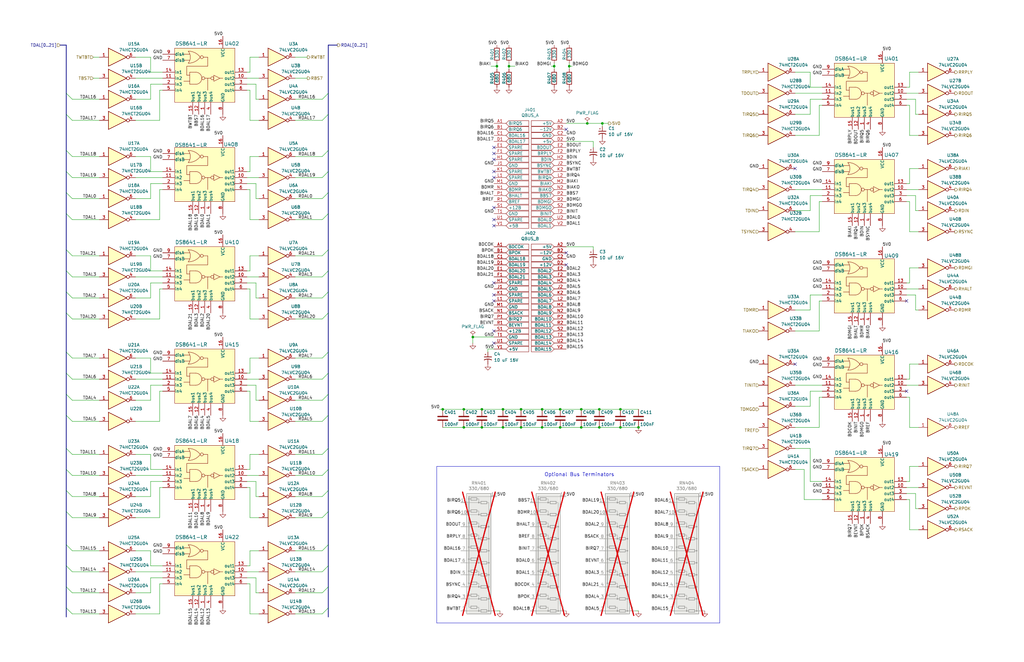
<source format=kicad_sch>
(kicad_sch (version 20250114) (generator "eeschema") (generator_version "9.0")
  (paper "B")
  (title_block (title "QSIC - QBUS Storage & I/O Card") (date "2025-04-12") (rev "0.4") (company "Vintage Computer Enterprises"))
  (text "Optional Bus Terminators" (at 259.08 201.295 0) (effects (font (size 1.524 1.524)) (justify right bottom)))
  (junction (at 219.71 172.72))
  (junction (at 252.73 180.34))
  (junction (at 269.24 180.34))
  (junction (at 236.22 180.34))
  (junction (at 203.2 180.34))
  (junction (at 203.2 172.72))
  (junction (at 247.65 52.07))
  (junction (at 236.22 172.72))
  (junction (at 233.68 27.94))
  (junction (at 261.62 180.34))
  (junction (at 228.6 172.72))
  (junction (at 245.11 172.72))
  (junction (at 212.09 172.72))
  (junction (at 240.03 27.94))
  (junction (at 252.73 172.72))
  (junction (at 199.39 142.24))
  (junction (at 214.63 27.94))
  (junction (at 228.6 180.34))
  (junction (at 195.58 172.72))
  (junction (at 261.62 172.72))
  (junction (at 186.69 172.72))
  (junction (at 212.09 180.34))
  (junction (at 209.55 27.94))
  (junction (at 245.11 180.34))
  (junction (at 254 52.07))
  (junction (at 219.71 180.34))
  (junction (at 195.58 180.34))
  (no_connect (at 208.28 92.71))
  (no_connect (at 208.28 67.31))
  (no_connect (at 238.76 111.76))
  (no_connect (at 208.28 95.25))
  (no_connect (at 208.28 64.77))
  (no_connect (at 382.27 165.1))
  (no_connect (at 208.28 72.39))
  (no_connect (at 335.28 71.12))
  (no_connect (at 208.28 127))
  (no_connect (at 208.28 87.63))
  (no_connect (at 238.76 54.61))
  (no_connect (at 208.28 62.23))
  (no_connect (at 208.28 74.93))
  (no_connect (at 238.76 106.68))
  (no_connect (at 382.27 127))
  (no_connect (at 208.28 139.7))
  (no_connect (at 208.28 124.46))
  (no_connect (at 335.28 153.67))
  (no_connect (at 208.28 119.38))
  (no_connect (at 208.28 144.78))
  (bus_entry (at 138.43 238.76) (size -2.54 2.54))
  (bus_entry (at 27.94 175.26) (size 2.54 2.54))
  (bus_entry (at 27.94 148.59) (size 2.54 2.54))
  (bus_entry (at 27.94 256.54) (size 2.54 2.54))
  (bus_entry (at 27.94 81.28) (size 2.54 2.54))
  (bus_entry (at 138.43 48.26) (size -2.54 2.54))
  (bus_entry (at 138.43 148.59) (size -2.54 2.54))
  (bus_entry (at 138.43 39.37) (size -2.54 2.54))
  (bus_entry (at 138.43 72.39) (size -2.54 2.54))
  (bus_entry (at 138.43 105.41) (size -2.54 2.54))
  (bus_entry (at 138.43 81.28) (size -2.54 2.54))
  (bus_entry (at 27.94 48.26) (size 2.54 2.54))
  (bus_entry (at 27.94 215.9) (size 2.54 2.54))
  (bus_entry (at 27.94 229.87) (size 2.54 2.54))
  (bus_entry (at 138.43 229.87) (size -2.54 2.54))
  (bus_entry (at 138.43 123.19) (size -2.54 2.54))
  (bus_entry (at 27.94 238.76) (size 2.54 2.54))
  (bus_entry (at 27.94 72.39) (size 2.54 2.54))
  (bus_entry (at 27.94 207.01) (size 2.54 2.54))
  (bus_entry (at 27.94 132.08) (size 2.54 2.54))
  (bus_entry (at 27.94 247.65) (size 2.54 2.54))
  (bus_entry (at 27.94 114.3) (size 2.54 2.54))
  (bus_entry (at 27.94 189.23) (size 2.54 2.54))
  (bus_entry (at 27.94 90.17) (size 2.54 2.54))
  (bus_entry (at 138.43 189.23) (size -2.54 2.54))
  (bus_entry (at 138.43 132.08) (size -2.54 2.54))
  (bus_entry (at 27.94 166.37) (size 2.54 2.54))
  (bus_entry (at 138.43 207.01) (size -2.54 2.54))
  (bus_entry (at 138.43 215.9) (size -2.54 2.54))
  (bus_entry (at 138.43 90.17) (size -2.54 2.54))
  (bus_entry (at 27.94 157.48) (size 2.54 2.54))
  (bus_entry (at 138.43 114.3) (size -2.54 2.54))
  (bus_entry (at 138.43 157.48) (size -2.54 2.54))
  (bus_entry (at 138.43 63.5) (size -2.54 2.54))
  (bus_entry (at 27.94 198.12) (size 2.54 2.54))
  (bus_entry (at 27.94 63.5) (size 2.54 2.54))
  (bus_entry (at 138.43 175.26) (size -2.54 2.54))
  (bus_entry (at 138.43 256.54) (size -2.54 2.54))
  (bus_entry (at 27.94 123.19) (size 2.54 2.54))
  (bus_entry (at 138.43 198.12) (size -2.54 2.54))
  (bus_entry (at 138.43 247.65) (size -2.54 2.54))
  (bus_entry (at 27.94 39.37) (size 2.54 2.54))
  (bus_entry (at 138.43 166.37) (size -2.54 2.54))
  (bus_entry (at 27.94 105.41) (size 2.54 2.54))
  (wire (pts (xy 105.41 121.92) (xy 104.14 121.92)))
  (wire (pts (xy 104.14 243.84) (xy 107.95 243.84)))
  (wire (pts (xy 382.27 124.46) (xy 386.08 124.46)))
  (wire (pts (xy 63.5 30.48) (xy 63.5 24.13)))
  (bus (pts (xy 27.94 90.17) (xy 27.94 105.41)))
  (wire (pts (xy 341.63 48.26) (xy 335.28 48.26)))
  (wire (pts (xy 346.71 165.1) (xy 341.63 165.1)))
  (wire (pts (xy 219.71 180.34) (xy 228.6 180.34)))
  (wire (pts (xy 346.71 41.91) (xy 341.63 41.91)))
  (wire (pts (xy 67.31 177.8) (xy 67.31 165.1)))
  (wire (pts (xy 105.41 165.1) (xy 104.14 165.1)))
  (wire (pts (xy 199.39 142.24) (xy 208.28 142.24)))
  (wire (pts (xy 383.54 36.83) (xy 383.54 30.48)))
  (wire (pts (xy 383.54 223.52) (xy 383.54 210.82)))
  (wire (pts (xy 67.31 121.92) (xy 68.58 121.92)))
  (wire (pts (xy 186.69 180.34) (xy 195.58 180.34)))
  (wire (pts (xy 233.68 26.67) (xy 233.68 27.94)))
  (wire (pts (xy 382.27 80.01) (xy 387.35 80.01)))
  (bus (pts (xy 138.43 132.08) (xy 138.43 148.59)))
  (wire (pts (xy 63.5 35.56) (xy 63.5 41.91)))
  (bus (pts (xy 27.94 157.48) (xy 27.94 166.37)))
  (wire (pts (xy 124.46 160.02) (xy 135.89 160.02)))
  (wire (pts (xy 63.5 203.2) (xy 63.5 209.55)))
  (wire (pts (xy 104.14 241.3) (xy 109.22 241.3)))
  (wire (pts (xy 57.15 200.66) (xy 68.58 200.66)))
  (wire (pts (xy 387.35 97.79) (xy 383.54 97.79)))
  (wire (pts (xy 209.55 27.94) (xy 209.55 29.21)))
  (bus (pts (xy 138.43 19.05) (xy 138.43 39.37)))
  (bus (pts (xy 27.94 247.65) (xy 27.94 256.54)))
  (wire (pts (xy 68.58 114.3) (xy 63.5 114.3)))
  (wire (pts (xy 212.09 180.34) (xy 219.71 180.34)))
  (wire (pts (xy 250.19 104.14) (xy 238.76 104.14)))
  (wire (pts (xy 382.27 205.74) (xy 387.35 205.74)))
  (wire (pts (xy 135.89 218.44) (xy 124.46 218.44)))
  (wire (pts (xy 214.63 26.67) (xy 214.63 27.94)))
  (wire (pts (xy 135.89 151.13) (xy 124.46 151.13)))
  (bus (pts (xy 138.43 229.87) (xy 138.43 238.76)))
  (wire (pts (xy 247.65 52.07) (xy 254 52.07)))
  (wire (pts (xy 382.27 41.91) (xy 386.08 41.91)))
  (wire (pts (xy 107.95 119.38) (xy 107.95 125.73)))
  (wire (pts (xy 209.55 26.67) (xy 209.55 27.94)))
  (bus (pts (xy 27.94 148.59) (xy 27.94 157.48)))
  (wire (pts (xy 57.15 241.3) (xy 68.58 241.3)))
  (wire (pts (xy 335.28 97.79) (xy 345.44 97.79)))
  (wire (pts (xy 105.41 30.48) (xy 105.41 24.13)))
  (wire (pts (xy 63.5 24.13) (xy 57.15 24.13)))
  (wire (pts (xy 254 52.07) (xy 254 53.34)))
  (wire (pts (xy 105.41 198.12) (xy 105.41 191.77)))
  (wire (pts (xy 341.63 36.83) (xy 341.63 30.48)))
  (wire (pts (xy 63.5 66.04) (xy 57.15 66.04)))
  (wire (pts (xy 105.41 72.39) (xy 105.41 66.04)))
  (wire (pts (xy 250.19 59.69) (xy 238.76 59.69)))
  (wire (pts (xy 105.41 134.62) (xy 105.41 121.92)))
  (wire (pts (xy 105.41 92.71) (xy 105.41 80.01)))
  (wire (pts (xy 39.37 24.13) (xy 41.91 24.13)))
  (wire (pts (xy 124.46 200.66) (xy 135.89 200.66)))
  (wire (pts (xy 109.22 92.71) (xy 105.41 92.71)))
  (bus (pts (xy 27.94 63.5) (xy 27.94 72.39)))
  (wire (pts (xy 104.14 35.56) (xy 107.95 35.56)))
  (wire (pts (xy 252.73 172.72) (xy 245.11 172.72)))
  (wire (pts (xy 383.54 30.48) (xy 387.35 30.48)))
  (wire (pts (xy 124.46 209.55) (xy 135.89 209.55)))
  (wire (pts (xy 386.08 214.63) (xy 387.35 214.63)))
  (wire (pts (xy 68.58 198.12) (xy 63.5 198.12)))
  (wire (pts (xy 346.71 36.83) (xy 341.63 36.83)))
  (wire (pts (xy 30.48 177.8) (xy 41.91 177.8)))
  (wire (pts (xy 107.95 243.84) (xy 107.95 250.19)))
  (wire (pts (xy 383.54 97.79) (xy 383.54 85.09)))
  (bus (pts (xy 27.94 215.9) (xy 27.94 229.87)))
  (wire (pts (xy 245.11 180.34) (xy 252.73 180.34)))
  (wire (pts (xy 250.19 104.14) (xy 250.19 105.41)))
  (bus (pts (xy 27.94 81.28) (xy 27.94 90.17)))
  (wire (pts (xy 105.41 218.44) (xy 105.41 205.74)))
  (wire (pts (xy 104.14 116.84) (xy 109.22 116.84)))
  (bus (pts (xy 138.43 189.23) (xy 138.43 198.12)))
  (wire (pts (xy 67.31 50.8) (xy 67.31 38.1)))
  (wire (pts (xy 104.14 203.2) (xy 107.95 203.2)))
  (wire (pts (xy 67.31 165.1) (xy 68.58 165.1)))
  (wire (pts (xy 105.41 232.41) (xy 109.22 232.41)))
  (wire (pts (xy 383.54 77.47) (xy 383.54 71.12)))
  (wire (pts (xy 63.5 41.91) (xy 57.15 41.91)))
  (wire (pts (xy 345.44 127) (xy 346.71 127)))
  (wire (pts (xy 63.5 114.3) (xy 63.5 107.95)))
  (bus (pts (xy 142.24 19.05) (xy 138.43 19.05)))
  (bus (pts (xy 27.94 229.87) (xy 27.94 238.76)))
  (wire (pts (xy 217.17 27.94) (xy 214.63 27.94)))
  (wire (pts (xy 107.95 209.55) (xy 109.22 209.55)))
  (wire (pts (xy 109.22 134.62) (xy 105.41 134.62)))
  (wire (pts (xy 341.63 30.48) (xy 335.28 30.48)))
  (wire (pts (xy 267.97 257.81) (xy 269.24 257.81)))
  (wire (pts (xy 63.5 77.47) (xy 63.5 83.82)))
  (wire (pts (xy 339.09 210.82) (xy 346.71 210.82)))
  (wire (pts (xy 261.62 180.34) (xy 269.24 180.34)))
  (wire (pts (xy 68.58 157.48) (xy 63.5 157.48)))
  (wire (pts (xy 212.09 172.72) (xy 203.2 172.72)))
  (wire (pts (xy 41.91 160.02) (xy 30.48 160.02)))
  (wire (pts (xy 228.6 172.72) (xy 219.71 172.72)))
  (wire (pts (xy 105.41 50.8) (xy 105.41 38.1)))
  (bus (pts (xy 138.43 48.26) (xy 138.43 63.5)))
  (bus (pts (xy 27.94 198.12) (xy 27.94 207.01)))
  (wire (pts (xy 345.44 167.64) (xy 346.71 167.64)))
  (wire (pts (xy 105.41 259.08) (xy 105.41 246.38)))
  (bus (pts (xy 138.43 166.37) (xy 138.43 175.26)))
  (bus (pts (xy 138.43 72.39) (xy 138.43 81.28)))
  (wire (pts (xy 104.14 72.39) (xy 105.41 72.39)))
  (wire (pts (xy 104.14 114.3) (xy 105.41 114.3)))
  (wire (pts (xy 30.48 66.04) (xy 41.91 66.04)))
  (wire (pts (xy 269.24 172.72) (xy 261.62 172.72)))
  (wire (pts (xy 341.63 82.55) (xy 341.63 88.9)))
  (wire (pts (xy 345.44 44.45) (xy 346.71 44.45)))
  (wire (pts (xy 41.91 83.82) (xy 30.48 83.82)))
  (wire (pts (xy 104.14 160.02) (xy 109.22 160.02)))
  (wire (pts (xy 30.48 259.08) (xy 41.91 259.08)))
  (wire (pts (xy 68.58 119.38) (xy 63.5 119.38)))
  (wire (pts (xy 135.89 134.62) (xy 124.46 134.62)))
  (wire (pts (xy 383.54 210.82) (xy 382.27 210.82)))
  (wire (pts (xy 105.41 177.8) (xy 105.41 165.1)))
  (wire (pts (xy 345.44 180.34) (xy 345.44 167.64)))
  (wire (pts (xy 209.55 257.81) (xy 210.82 257.81)))
  (wire (pts (xy 386.08 82.55) (xy 386.08 88.9)))
  (wire (pts (xy 346.71 82.55) (xy 341.63 82.55)))
  (wire (pts (xy 254 52.07) (xy 256.54 52.07)))
  (bus (pts (xy 27.94 105.41) (xy 27.94 114.3)))
  (bus (pts (xy 27.94 256.54) (xy 27.94 260.35)))
  (bus (pts (xy 27.94 123.19) (xy 27.94 132.08)))
  (wire (pts (xy 341.63 165.1) (xy 341.63 171.45)))
  (wire (pts (xy 30.48 232.41) (xy 41.91 232.41)))
  (bus (pts (xy 138.43 157.48) (xy 138.43 166.37)))
  (wire (pts (xy 135.89 232.41) (xy 124.46 232.41)))
  (wire (pts (xy 228.6 180.34) (xy 236.22 180.34)))
  (wire (pts (xy 124.46 116.84) (xy 135.89 116.84)))
  (wire (pts (xy 240.03 27.94) (xy 240.03 29.21)))
  (wire (pts (xy 199.39 142.24) (xy 199.39 144.78)))
  (wire (pts (xy 68.58 203.2) (xy 63.5 203.2)))
  (wire (pts (xy 63.5 191.77) (xy 57.15 191.77)))
  (wire (pts (xy 63.5 119.38) (xy 63.5 125.73)))
  (wire (pts (xy 105.41 107.95) (xy 109.22 107.95)))
  (wire (pts (xy 124.46 168.91) (xy 135.89 168.91)))
  (wire (pts (xy 335.28 57.15) (xy 345.44 57.15)))
  (wire (pts (xy 104.14 162.56) (xy 107.95 162.56)))
  (wire (pts (xy 107.95 125.73) (xy 109.22 125.73)))
  (wire (pts (xy 261.62 172.72) (xy 252.73 172.72)))
  (wire (pts (xy 63.5 209.55) (xy 57.15 209.55)))
  (wire (pts (xy 68.58 72.39) (xy 63.5 72.39)))
  (wire (pts (xy 104.14 74.93) (xy 109.22 74.93)))
  (bus (pts (xy 25.4 19.05) (xy 27.94 19.05)))
  (wire (pts (xy 383.54 160.02) (xy 383.54 153.67)))
  (wire (pts (xy 382.27 36.83) (xy 383.54 36.83)))
  (wire (pts (xy 135.89 177.8) (xy 124.46 177.8)))
  (wire (pts (xy 57.15 50.8) (xy 67.31 50.8)))
  (bus (pts (xy 138.43 39.37) (xy 138.43 48.26)))
  (wire (pts (xy 63.5 157.48) (xy 63.5 151.13)))
  (wire (pts (xy 124.46 125.73) (xy 135.89 125.73)))
  (wire (pts (xy 68.58 30.48) (xy 63.5 30.48)))
  (bus (pts (xy 27.94 189.23) (xy 27.94 198.12)))
  (wire (pts (xy 63.5 238.76) (xy 63.5 232.41)))
  (wire (pts (xy 63.5 250.19) (xy 57.15 250.19)))
  (wire (pts (xy 57.15 160.02) (xy 68.58 160.02)))
  (bus (pts (xy 27.94 72.39) (xy 27.94 81.28)))
  (wire (pts (xy 124.46 250.19) (xy 135.89 250.19)))
  (wire (pts (xy 386.08 124.46) (xy 386.08 130.81)))
  (bus (pts (xy 138.43 148.59) (xy 138.43 157.48)))
  (wire (pts (xy 57.15 259.08) (xy 67.31 259.08)))
  (wire (pts (xy 205.74 148.59) (xy 205.74 147.32)))
  (wire (pts (xy 105.41 114.3) (xy 105.41 107.95)))
  (bus (pts (xy 27.94 19.05) (xy 27.94 39.37)))
  (wire (pts (xy 67.31 246.38) (xy 68.58 246.38)))
  (wire (pts (xy 341.63 124.46) (xy 341.63 130.81)))
  (wire (pts (xy 63.5 107.95) (xy 57.15 107.95)))
  (wire (pts (xy 68.58 238.76) (xy 63.5 238.76)))
  (wire (pts (xy 105.41 66.04) (xy 109.22 66.04)))
  (wire (pts (xy 57.15 74.93) (xy 68.58 74.93)))
  (polyline (pts (xy 303.53 262.89) (xy 184.15 262.89)))
  (wire (pts (xy 339.09 198.12) (xy 339.09 210.82)))
  (wire (pts (xy 104.14 198.12) (xy 105.41 198.12)))
  (wire (pts (xy 41.91 125.73) (xy 30.48 125.73)))
  (wire (pts (xy 135.89 66.04) (xy 124.46 66.04)))
  (bus (pts (xy 138.43 63.5) (xy 138.43 72.39)))
  (wire (pts (xy 109.22 259.08) (xy 105.41 259.08)))
  (wire (pts (xy 382.27 77.47) (xy 383.54 77.47)))
  (wire (pts (xy 186.69 172.72) (xy 185.42 172.72)))
  (bus (pts (xy 138.43 215.9) (xy 138.43 229.87)))
  (wire (pts (xy 335.28 139.7) (xy 345.44 139.7)))
  (bus (pts (xy 138.43 256.54) (xy 138.43 260.35)))
  (wire (pts (xy 57.15 218.44) (xy 67.31 218.44)))
  (bus (pts (xy 138.43 114.3) (xy 138.43 123.19)))
  (wire (pts (xy 30.48 151.13) (xy 41.91 151.13)))
  (wire (pts (xy 105.41 80.01) (xy 104.14 80.01)))
  (wire (pts (xy 382.27 82.55) (xy 386.08 82.55)))
  (wire (pts (xy 67.31 92.71) (xy 67.31 80.01)))
  (wire (pts (xy 104.14 30.48) (xy 105.41 30.48)))
  (wire (pts (xy 240.03 26.67) (xy 240.03 27.94)))
  (wire (pts (xy 250.19 62.23) (xy 250.19 59.69)))
  (wire (pts (xy 233.68 27.94) (xy 232.41 27.94)))
  (wire (pts (xy 30.48 92.71) (xy 41.91 92.71)))
  (wire (pts (xy 57.15 177.8) (xy 67.31 177.8)))
  (wire (pts (xy 30.48 218.44) (xy 41.91 218.44)))
  (bus (pts (xy 138.43 105.41) (xy 138.43 114.3)))
  (wire (pts (xy 63.5 232.41) (xy 57.15 232.41)))
  (wire (pts (xy 135.89 92.71) (xy 124.46 92.71)))
  (wire (pts (xy 203.2 180.34) (xy 212.09 180.34)))
  (wire (pts (xy 383.54 85.09) (xy 382.27 85.09)))
  (wire (pts (xy 104.14 33.02) (xy 109.22 33.02)))
  (wire (pts (xy 107.95 41.91) (xy 109.22 41.91)))
  (wire (pts (xy 109.22 50.8) (xy 105.41 50.8)))
  (wire (pts (xy 63.5 198.12) (xy 63.5 191.77)))
  (bus (pts (xy 27.94 238.76) (xy 27.94 247.65)))
  (wire (pts (xy 124.46 33.02) (xy 129.54 33.02)))
  (wire (pts (xy 383.54 196.85) (xy 387.35 196.85)))
  (wire (pts (xy 383.54 180.34) (xy 383.54 167.64)))
  (wire (pts (xy 195.58 180.34) (xy 203.2 180.34)))
  (wire (pts (xy 382.27 121.92) (xy 387.35 121.92)))
  (wire (pts (xy 104.14 238.76) (xy 105.41 238.76)))
  (wire (pts (xy 236.22 172.72) (xy 228.6 172.72)))
  (wire (pts (xy 30.48 50.8) (xy 41.91 50.8)))
  (wire (pts (xy 41.91 116.84) (xy 30.48 116.84)))
  (wire (pts (xy 63.5 151.13) (xy 57.15 151.13)))
  (wire (pts (xy 124.46 107.95) (xy 135.89 107.95)))
  (wire (pts (xy 233.68 27.94) (xy 233.68 29.21)))
  (wire (pts (xy 124.46 41.91) (xy 135.89 41.91)))
  (wire (pts (xy 63.5 243.84) (xy 63.5 250.19)))
  (wire (pts (xy 57.15 134.62) (xy 67.31 134.62)))
  (wire (pts (xy 68.58 35.56) (xy 63.5 35.56)))
  (wire (pts (xy 219.71 172.72) (xy 212.09 172.72)))
  (wire (pts (xy 386.08 88.9) (xy 387.35 88.9)))
  (wire (pts (xy 68.58 162.56) (xy 63.5 162.56)))
  (polyline (pts (xy 184.15 262.89) (xy 184.15 196.85)))
  (wire (pts (xy 341.63 88.9) (xy 335.28 88.9)))
  (wire (pts (xy 341.63 130.81) (xy 335.28 130.81)))
  (wire (pts (xy 386.08 41.91) (xy 386.08 48.26)))
  (wire (pts (xy 387.35 223.52) (xy 383.54 223.52)))
  (wire (pts (xy 341.63 203.2) (xy 341.63 189.23)))
  (wire (pts (xy 383.54 113.03) (xy 387.35 113.03)))
  (wire (pts (xy 109.22 218.44) (xy 105.41 218.44)))
  (wire (pts (xy 386.08 208.28) (xy 386.08 214.63)))
  (wire (pts (xy 124.46 83.82) (xy 135.89 83.82)))
  (wire (pts (xy 107.95 250.19) (xy 109.22 250.19)))
  (wire (pts (xy 63.5 162.56) (xy 63.5 168.91)))
  (wire (pts (xy 30.48 134.62) (xy 41.91 134.62)))
  (wire (pts (xy 382.27 162.56) (xy 387.35 162.56)))
  (wire (pts (xy 346.71 203.2) (xy 341.63 203.2)))
  (wire (pts (xy 67.31 205.74) (xy 68.58 205.74)))
  (wire (pts (xy 107.95 203.2) (xy 107.95 209.55)))
  (bus (pts (xy 27.94 114.3) (xy 27.94 123.19)))
  (wire (pts (xy 124.46 241.3) (xy 135.89 241.3)))
  (wire (pts (xy 105.41 151.13) (xy 109.22 151.13)))
  (wire (pts (xy 57.15 33.02) (xy 68.58 33.02)))
  (wire (pts (xy 68.58 243.84) (xy 63.5 243.84)))
  (wire (pts (xy 105.41 238.76) (xy 105.41 232.41)))
  (bus (pts (xy 27.94 39.37) (xy 27.94 48.26)))
  (wire (pts (xy 109.22 177.8) (xy 105.41 177.8)))
  (wire (pts (xy 41.91 200.66) (xy 30.48 200.66)))
  (wire (pts (xy 105.41 24.13) (xy 109.22 24.13)))
  (wire (pts (xy 209.55 27.94) (xy 207.01 27.94)))
  (wire (pts (xy 41.91 168.91) (xy 30.48 168.91)))
  (wire (pts (xy 383.54 119.38) (xy 383.54 113.03)))
  (wire (pts (xy 63.5 72.39) (xy 63.5 66.04)))
  (wire (pts (xy 383.54 167.64) (xy 382.27 167.64)))
  (wire (pts (xy 135.89 259.08) (xy 124.46 259.08)))
  (wire (pts (xy 124.46 191.77) (xy 135.89 191.77)))
  (wire (pts (xy 39.37 33.02) (xy 41.91 33.02)))
  (wire (pts (xy 346.71 124.46) (xy 341.63 124.46)))
  (bus (pts (xy 27.94 175.26) (xy 27.94 189.23)))
  (wire (pts (xy 383.54 203.2) (xy 383.54 196.85)))
  (wire (pts (xy 335.28 198.12) (xy 339.09 198.12)))
  (wire (pts (xy 105.41 246.38) (xy 104.14 246.38)))
  (wire (pts (xy 41.91 107.95) (xy 30.48 107.95)))
  (wire (pts (xy 63.5 83.82) (xy 57.15 83.82)))
  (wire (pts (xy 203.2 172.72) (xy 195.58 172.72)))
  (wire (pts (xy 341.63 171.45) (xy 335.28 171.45)))
  (wire (pts (xy 335.28 80.01) (xy 346.71 80.01)))
  (wire (pts (xy 105.41 157.48) (xy 105.41 151.13)))
  (bus (pts (xy 27.94 132.08) (xy 27.94 148.59)))
  (wire (pts (xy 382.27 119.38) (xy 383.54 119.38)))
  (wire (pts (xy 135.89 50.8) (xy 124.46 50.8)))
  (wire (pts (xy 124.46 24.13) (xy 129.54 24.13)))
  (wire (pts (xy 68.58 77.47) (xy 63.5 77.47)))
  (wire (pts (xy 41.91 250.19) (xy 30.48 250.19)))
  (wire (pts (xy 214.63 27.94) (xy 214.63 29.21)))
  (wire (pts (xy 241.3 27.94) (xy 240.03 27.94)))
  (bus (pts (xy 138.43 247.65) (xy 138.43 256.54)))
  (wire (pts (xy 104.14 119.38) (xy 107.95 119.38)))
  (wire (pts (xy 41.91 209.55) (xy 30.48 209.55)))
  (polyline (pts (xy 303.53 196.85) (xy 303.53 262.89)))
  (wire (pts (xy 195.58 172.72) (xy 186.69 172.72)))
  (bus (pts (xy 27.94 48.26) (xy 27.94 63.5)))
  (wire (pts (xy 383.54 71.12) (xy 387.35 71.12)))
  (wire (pts (xy 387.35 180.34) (xy 383.54 180.34)))
  (wire (pts (xy 104.14 200.66) (xy 109.22 200.66)))
  (wire (pts (xy 105.41 191.77) (xy 109.22 191.77)))
  (wire (pts (xy 41.91 191.77) (xy 30.48 191.77)))
  (wire (pts (xy 105.41 205.74) (xy 104.14 205.74)))
  (wire (pts (xy 67.31 259.08) (xy 67.31 246.38)))
  (wire (pts (xy 345.44 57.15) (xy 345.44 44.45)))
  (wire (pts (xy 383.54 153.67) (xy 387.35 153.67)))
  (wire (pts (xy 107.95 168.91) (xy 109.22 168.91)))
  (wire (pts (xy 205.74 147.32) (xy 208.28 147.32)))
  (wire (pts (xy 383.54 57.15) (xy 383.54 44.45)))
  (wire (pts (xy 335.28 39.37) (xy 346.71 39.37)))
  (bus (pts (xy 138.43 90.17) (xy 138.43 105.41)))
  (wire (pts (xy 345.44 97.79) (xy 345.44 85.09)))
  (wire (pts (xy 57.15 92.71) (xy 67.31 92.71)))
  (wire (pts (xy 104.14 77.47) (xy 107.95 77.47)))
  (wire (pts (xy 67.31 38.1) (xy 68.58 38.1)))
  (wire (pts (xy 57.15 116.84) (xy 68.58 116.84)))
  (wire (pts (xy 107.95 77.47) (xy 107.95 83.82)))
  (wire (pts (xy 382.27 160.02) (xy 383.54 160.02)))
  (wire (pts (xy 124.46 74.93) (xy 135.89 74.93)))
  (wire (pts (xy 345.44 85.09) (xy 346.71 85.09)))
  (wire (pts (xy 67.31 80.01) (xy 68.58 80.01)))
  (wire (pts (xy 238.76 52.07) (xy 247.65 52.07)))
  (wire (pts (xy 41.91 41.91) (xy 30.48 41.91)))
  (wire (pts (xy 63.5 168.91) (xy 57.15 168.91)))
  (wire (pts (xy 63.5 125.73) (xy 57.15 125.73)))
  (bus (pts (xy 138.43 238.76) (xy 138.43 247.65)))
  (bus (pts (xy 138.43 123.19) (xy 138.43 132.08)))
  (wire (pts (xy 236.22 180.34) (xy 245.11 180.34)))
  (wire (pts (xy 387.35 57.15) (xy 383.54 57.15)))
  (wire (pts (xy 107.95 83.82) (xy 109.22 83.82)))
  (wire (pts (xy 105.41 38.1) (xy 104.14 38.1)))
  (wire (pts (xy 30.48 74.93) (xy 41.91 74.93)))
  (bus (pts (xy 27.94 207.01) (xy 27.94 215.9)))
  (wire (pts (xy 345.44 139.7) (xy 345.44 127)))
  (bus (pts (xy 27.94 166.37) (xy 27.94 175.26)))
  (wire (pts (xy 67.31 134.62) (xy 67.31 121.92)))
  (wire (pts (xy 41.91 241.3) (xy 30.48 241.3)))
  (bus (pts (xy 138.43 175.26) (xy 138.43 189.23)))
  (wire (pts (xy 386.08 48.26) (xy 387.35 48.26)))
  (wire (pts (xy 335.28 180.34) (xy 345.44 180.34)))
  (wire (pts (xy 386.08 130.81) (xy 387.35 130.81)))
  (wire (pts (xy 382.27 208.28) (xy 386.08 208.28)))
  (wire (pts (xy 104.14 157.48) (xy 105.41 157.48)))
  (wire (pts (xy 383.54 44.45) (xy 382.27 44.45)))
  (bus (pts (xy 138.43 207.01) (xy 138.43 215.9)))
  (polyline (pts (xy 184.15 196.85) (xy 303.53 196.85)))
  (wire (pts (xy 107.95 35.56) (xy 107.95 41.91)))
  (wire (pts (xy 341.63 189.23) (xy 335.28 189.23)))
  (wire (pts (xy 245.11 172.72) (xy 236.22 172.72)))
  (wire (pts (xy 252.73 180.34) (xy 261.62 180.34)))
  (wire (pts (xy 382.27 203.2) (xy 383.54 203.2)))
  (wire (pts (xy 67.31 218.44) (xy 67.31 205.74)))
  (wire (pts (xy 341.63 41.91) (xy 341.63 48.26)))
  (wire (pts (xy 335.28 162.56) (xy 346.71 162.56)))
  (bus (pts (xy 138.43 198.12) (xy 138.43 207.01)))
  (wire (pts (xy 107.95 162.56) (xy 107.95 168.91)))
  (bus (pts (xy 138.43 81.28) (xy 138.43 90.17)))
  (wire (pts (xy 382.27 39.37) (xy 387.35 39.37)))
  (label "5V0" (at 372.11 144.78 0))
  (label "BDAL8" (at 281.94 222.25 180))
  (label "GND" (at 346.71 69.85 180))
  (label "RDAL6" (at 125.73 160.02 0))
  (label "BDMGO" (at 238.76 87.63 0))
  (label "BIAKO" (at 217.17 27.94 0))
  (label "5V0" (at 238.76 104.14 0))
  (label "BDAL18" (at 81.28 90.17 270))
  (label "BIRQ7" (at 208.28 134.62 180))
  (label "BRPLY" (at 238.76 64.77 0))
  (label "TDAL11" (at 40.64 191.77 180))
  (label "5V0" (at 93.98 99.06 180))
  (label "BDAL4" (at 252.73 252.73 180))
  (label "BDAL14" (at 83.82 256.54 270))
  (label "GND" (at 68.58 193.04 180))
  (label "5V0" (at 209.55 209.55 0))
  (label "TDAL12" (at 40.64 250.19 180))
  (label "GND" (at 238.76 57.15 0))
  (label "BDAL6" (at 238.76 124.46 0))
  (label "BDAL2" (at 252.73 222.25 180))
  (label "TDAL21" (at 40.64 107.95 180))
  (label "BIAKI" (at 207.01 27.94 180))
  (label "BDAL21" (at 81.28 132.08 270))
  (label "GND" (at 346.71 160.02 180))
  (label "5V0" (at 238.76 209.55 0))
  (label "GND" (at 68.58 22.86 180))
  (label "BDAL10" (at 83.82 215.9 270))
  (label "RDAL13" (at 125.73 259.08 0))
  (label "BDAL4" (at 238.76 119.38 0))
  (label "BDAL7" (at 81.28 175.26 270))
  (label "BSYNC" (at 194.31 247.65 180))
  (label "BDAL20" (at 252.73 217.17 180))
  (label "BWTBT" (at 81.28 48.26 270))
  (label "RDAL14" (at 125.73 241.3 0))
  (label "GND" (at 68.58 152.4 180))
  (label "BDIN" (at 194.31 242.57 180))
  (label "BEVNT" (at 252.73 237.49 180))
  (label "BDAL12" (at 86.36 256.54 270))
  (label "GND" (at 208.28 121.92 180))
  (label "5V0" (at 93.98 57.15 180))
  (label "TDAL6" (at 40.64 160.02 180))
  (label "BIRQ5" (at 208.28 52.07 180))
  (label "BPOK" (at 364.49 220.98 270))
  (label "BDAL10" (at 281.94 232.41 180))
  (label "BDAL12" (at 281.94 242.57 180))
  (label "BBS7" (at 223.52 212.09 180))
  (label "BDAL8" (at 238.76 129.54 0))
  (label "TDAL19" (at 40.64 74.93 180))
  (label "BDAL8" (at 86.36 215.9 270))
  (label "BDAL19" (at 83.82 90.17 270))
  (label "BDAL11" (at 81.28 215.9 270))
  (label "BDOUT" (at 194.31 222.25 180))
  (label "BDAL16" (at 194.31 232.41 180))
  (label "BDAL15" (at 238.76 147.32 0))
  (label "BDOUT" (at 238.76 62.23 0))
  (label "BBS7" (at 83.82 48.26 270))
  (label "BDAL3" (at 238.76 116.84 0))
  (label "BDAL9" (at 281.94 227.33 180))
  (label "TDAL13" (at 40.64 259.08 180))
  (label "BIRQ6" (at 208.28 54.61 180))
  (label "RDAL1" (at 125.73 92.71 0))
  (label "5V0" (at 238.76 52.07 0))
  (label "RDAL15" (at 125.73 232.41 0))
  (label "5V0" (at 297.18 209.55 0))
  (label "RDAL0" (at 125.73 83.82 0))
  (label "BIRQ4" (at 238.76 74.93 0))
  (label "TDAL17" (at 40.64 50.8 180))
  (label "BWTBT" (at 238.76 72.39 0))
  (label "BIRQ7" (at 252.73 232.41 180))
  (label "BIAKI" (at 238.76 77.47 0))
  (label "TDAL14" (at 40.64 241.3 180))
  (label "BDAL0" (at 86.36 90.17 270))
  (label "GND" (at 68.58 190.5 180))
  (label "TDAL18" (at 40.64 66.04 180))
  (label "RDAL19" (at 125.73 74.93 0))
  (label "RDAL17" (at 125.73 50.8 0))
  (label "BDMR" (at 364.49 137.16 270))
  (label "BDAL5" (at 238.76 121.92 0))
  (label "BDAL12" (at 238.76 139.7 0))
  (label "BDAL10" (at 238.76 134.62 0))
  (label "BIRQ6" (at 194.31 217.17 180))
  (label "BIRQ7" (at 359.41 220.98 270))
  (label "TDAL8" (at 40.64 209.55 180))
  (label "BDAL20" (at 208.28 114.3 180))
  (label "BDAL15" (at 81.28 256.54 270))
  (label "RDAL11" (at 125.73 191.77 0))
  (label "BDAL3" (at 83.82 132.08 270))
  (label "BDIN" (at 364.49 95.25 270))
  (label "BWTBT" (at 194.31 257.81 180))
  (label "5V0" (at 214.63 19.05 180))
  (label "GND" (at 346.71 77.47 180))
  (label "5V0" (at 209.55 19.05 180))
  (label "5V0" (at 372.11 21.59 0))
  (label "TDAL15" (at 40.64 232.41 180))
  (label "5V0" (at 238.76 59.69 0))
  (label "BDMGI" (at 232.41 27.94 180))
  (label "GND" (at 208.28 142.24 180))
  (label "RDAL9" (at 125.73 218.44 0))
  (label "5V0" (at 233.68 19.05 180))
  (label "BDIN" (at 238.76 67.31 0))
  (label "RDAL18" (at 125.73 66.04 0))
  (label "BDOUT" (at 361.95 54.61 270))
  (label "BREF" (at 208.28 85.09 180))
  (label "BIAKI" (at 359.41 95.25 270))
  (label "RDAL10" (at 125.73 200.66 0))
  (label "GND" (at 346.71 72.39 180))
  (label "GND" (at 68.58 109.22 180))
  (label "BDAL17" (at 194.31 237.49 180))
  (label "BIRQ5" (at 364.49 54.61 270))
  (label "BSACK" (at 252.73 227.33 180))
  (label "BDAL1" (at 238.76 95.25 0))
  (label "BDAL2" (at 238.76 114.3 0))
  (label "RDAL16" (at 125.73 41.91 0))
  (label "TDAL1" (at 40.64 92.71 180))
  (label "BEVNT" (at 208.28 137.16 180))
  (label "BDAL11" (at 238.76 137.16 0))
  (label "BBS7" (at 238.76 82.55 0))
  (label "BIAKO" (at 238.76 80.01 0))
  (label "TDAL5" (at 40.64 177.8 180))
  (label "BINIT" (at 361.95 177.8 270))
  (label "BSACK" (at 367.03 220.98 270))
  (label "TDAL0" (at 40.64 83.82 180))
  (label "BDAL18" (at 223.52 257.81 180))
  (label "BDAL2" (at 86.36 132.08 270))
  (label "GND" (at 346.71 114.3 180))
  (label "GND" (at 68.58 64.77 180))
  (label "TDAL9" (at 40.64 218.44 180))
  (label "5V0" (at 372.11 62.23 0))
  (label "BDAL21" (at 252.73 247.65 180))
  (label "5V0" (at 93.98 142.24 180))
  (label "GND" (at 238.76 109.22 0))
  (label "TDAL4" (at 40.64 168.91 180))
  (label "GND" (at 346.71 29.21 180))
  (label "BIRQ5" (at 194.31 212.09 180))
  (label "BREF" (at 223.52 227.33 180))
  (label "BDMGO" (at 241.3 27.94 0))
  (label "BDAL3" (at 252.73 242.57 180))
  (label "BIRQ6" (at 367.03 54.61 270))
  (label "BDCOK" (at 223.52 247.65 180))
  (label "GND" (at 68.58 25.4 180))
  (label "GND" (at 346.71 154.94 180))
  (label "5V0" (at 372.11 187.96 0))
  (label "GND" (at 208.28 77.47 180))
  (label "BRPLY" (at 359.41 54.61 270))
  (label "GND" (at 208.28 90.17 180))
  (label "TDAL7" (at 40.64 151.13 180))
  (label "BDCOK" (at 359.41 177.8 270))
  (label "BDAL20" (at 88.9 132.08 270))
  (label "BPOK" (at 208.28 106.68 180))
  (label "BDAL11" (at 281.94 237.49 180))
  (label "BDAL9" (at 88.9 215.9 270))
  (label "RDAL8" (at 125.73 209.55 0))
  (label "RDAL20" (at 125.73 134.62 0))
  (label "BDAL15" (at 281.94 257.81 180))
  (label "5V0" (at 185.42 172.72 180))
  (label "BIRQ4" (at 194.31 252.73 180))
  (label "BINIT" (at 223.52 232.41 180))
  (label "GND" (at 346.71 198.12 180))
  (label "BDAL1" (at 88.9 90.17 270))
  (label "RDAL12" (at 125.73 250.19 0))
  (label "BSYNC" (at 367.03 95.25 270))
  (label "BHALT" (at 223.52 222.25 180))
  (label "BDAL6" (at 83.82 175.26 270))
  (label "TDAL20" (at 40.64 134.62 180))
  (label "5V0" (at 372.11 104.14 0))
  (label "BDAL14" (at 281.94 252.73 180))
  (label "GND" (at 346.71 152.4 180))
  (label "GND" (at 68.58 149.86 180))
  (label "BDAL14" (at 238.76 144.78 0))
  (label "GND" (at 68.58 231.14 180))
  (label "5V0" (at 208.28 147.32 180))
  (label "BDAL4" (at 86.36 175.26 270))
  (label "RDAL7" (at 125.73 151.13 0))
  (label "GND" (at 68.58 106.68 180))
  (label "BDAL0" (at 238.76 92.71 0))
  (label "BDAL19" (at 208.28 111.76 180))
  (label "BEVNT" (at 361.95 220.98 270))
  (label "BDAL7" (at 281.94 217.17 180))
  (label "BDMGO" (at 364.49 177.8 270))
  (label "TDAL16" (at 40.64 41.91 180))
  (label "GND" (at 208.28 69.85 180))
  (label "BINIT" (at 238.76 90.17 0))
  (label "BDAL18" (at 208.28 109.22 180))
  (label "BDAL1" (at 223.52 242.57 180))
  (label "BDAL6" (at 281.94 212.09 180))
  (label "GND" (at 68.58 67.31 180))
  (label "BHALT" (at 208.28 82.55 180))
  (label "RDAL5" (at 125.73 177.8 0))
  (label "RDAL2" (at 125.73 125.73 0))
  (label "BDAL13" (at 281.94 247.65 180))
  (label "GND" (at 346.71 31.75 180))
  (label "BSACK" (at 208.28 132.08 180))
  (label "GND" (at 320.04 71.12 180))
  (label "BDAL17" (at 88.9 48.26 270))
  (label "BDAL17" (at 208.28 59.69 180))
  (label "BDAL19" (at 252.73 212.09 180))
  (label "BDAL16" (at 208.28 57.15 180))
  (label "BIAKO" (at 367.03 137.16 270))
  (label "TDAL2" (at 40.64 125.73 180))
  (label "TDAL10" (at 40.64 200.66 180))
  (label "RDAL4" (at 125.73 168.91 0))
  (label "GND" (at 208.28 129.54 180))
  (label "BDMR" (at 223.52 217.17 180))
  (label "GND" (at 346.71 208.28 180))
  (label "RDAL3" (at 125.73 116.84 0))
  (label "GND" (at 320.04 153.67 180))
  (label "GND" (at 346.71 195.58 180))
  (label "5V0" (at 93.98 223.52 180))
  (label "BDMGI" (at 359.41 137.16 270))
  (label "5V0" (at 93.98 182.88 180))
  (label "BDMGI" (at 238.76 85.09 0))
  (label "BRPLY" (at 194.31 227.33 180))
  (label "BHALT" (at 361.95 137.16 270))
  (label "BDAL5" (at 252.73 257.81 180))
  (label "BSYNC" (at 238.76 69.85 0))
  (label "5V0" (at 93.98 15.24 180))
  (label "BDAL13" (at 238.76 142.24 0))
  (label "BDAL7" (at 238.76 127 0))
  (label "BDCOK" (at 208.28 104.14 180))
  (label "5V0" (at 267.97 209.55 0))
  (label "BDAL9" (at 238.76 132.08 0))
  (label "GND" (at 346.71 119.38 180))
  (label "GND" (at 346.71 121.92 180))
  (label "5V0" (at 240.03 19.05 180))
  (label "TDAL3" (at 40.64 116.84 180))
  (label "BIRQ4" (at 361.95 95.25 270))
  (label "BDAL5" (at 88.9 175.26 270))
  (label "GND" (at 68.58 233.68 180))
  (label "RDAL21" (at 125.73 107.95 0))
  (label "BPOK" (at 223.52 252.73 180))
  (label "GND" (at 346.71 111.76 180))
  (label "BREF" (at 367.03 177.8 270))
  (label "BDAL16" (at 86.36 48.26 270))
  (label "BDMR" (at 208.28 80.01 180))
  (label "GND" (at 346.71 205.74 180))
  (label "BDAL13" (at 88.9 256.54 270))
  (label "BDAL21" (at 208.28 116.84 180))
  (label "BDAL0" (at 223.52 237.49 180))
  (hierarchical_label "RWTBT" (shape output) (at 129.54 24.13 0))
  (hierarchical_label "TRPLY" (shape input) (at 320.04 30.48 180))
  (hierarchical_label "RIRQ5" (shape output) (at 402.59 48.26 0))
  (hierarchical_label "TDIN" (shape input) (at 320.04 88.9 180))
  (hierarchical_label "TINIT" (shape input) (at 320.04 162.56 180))
  (hierarchical_label "RIAKI" (shape output) (at 402.59 71.12 0))
  (hierarchical_label "TIRQ4" (shape input) (at 320.04 80.01 180))
  (hierarchical_label "RDCOK" (shape output) (at 402.59 153.67 0))
  (hierarchical_label "TSACK" (shape input) (at 320.04 198.12 180))
  (hierarchical_label "RBS7" (shape output) (at 129.54 33.02 0))
  (hierarchical_label "TDMR" (shape input) (at 320.04 130.81 180))
  (hierarchical_label "RIRQ4" (shape output) (at 402.59 80.01 0))
  (hierarchical_label "5V0" (shape output) (at 256.54 52.07 0))
  (hierarchical_label "TIRQ7" (shape input) (at 320.04 189.23 180))
  (hierarchical_label "RDAL[0..21]" (shape output) (at 142.24 19.05 0))
  (hierarchical_label "RDIN" (shape output) (at 402.59 88.9 0))
  (hierarchical_label "TIRQ6" (shape input) (at 320.04 57.15 180))
  (hierarchical_label "RPOK" (shape output) (at 402.59 214.63 0))
  (hierarchical_label "TDOUT" (shape input) (at 320.04 39.37 180))
  (hierarchical_label "RSYNC" (shape output) (at 402.59 97.79 0))
  (hierarchical_label "TIRQ5" (shape input) (at 320.04 48.26 180))
  (hierarchical_label "TWTBT" (shape input) (at 39.37 24.13 180))
  (hierarchical_label "RDMGI" (shape output) (at 402.59 113.03 0))
  (hierarchical_label "RREF" (shape output) (at 402.59 180.34 0))
  (hierarchical_label "TIAKO" (shape input) (at 320.04 139.7 180))
  (hierarchical_label "REVNT" (shape output) (at 402.59 205.74 0))
  (hierarchical_label "RDMR" (shape output) (at 402.59 130.81 0))
  (hierarchical_label "RHALT" (shape output) (at 402.59 121.92 0))
  (hierarchical_label "RRPLY" (shape output) (at 402.59 30.48 0))
  (hierarchical_label "RIRQ7" (shape output) (at 402.59 196.85 0))
  (hierarchical_label "TREF" (shape input) (at 320.04 181.61 180))
  (hierarchical_label "RIRQ6" (shape output) (at 402.59 57.15 0))
  (hierarchical_label "TDAL[0..21]" (shape input) (at 25.4 19.05 180))
  (hierarchical_label "TBS7" (shape input) (at 39.37 33.02 180))
  (hierarchical_label "RSACK" (shape output) (at 402.59 223.52 0))
  (hierarchical_label "TDMGO" (shape input) (at 320.04 172.72 180))
  (hierarchical_label "RDOUT" (shape output) (at 402.59 39.37 0))
  (hierarchical_label "RINIT" (shape output) (at 402.59 162.56 0))
  (hierarchical_label "TSYNC" (shape input) (at 320.04 97.79 180))
  (symbol (lib_id "myLib:DS8641-LR") (at 364.49 44.45 0) (unit 1)
    (property "Reference" "U401" (at 375.92 24.765 0) (effects (font (size 1.524 1.524))))
    (property "Value" "DS8641-LR" (at 358.775 24.765 0) (effects (font (size 1.524 1.524))))
    (property "Footprint" "Package_DIP:DIP-16_W7.62mm" (effects (hide yes)))
    (property "Datasheet" "http://pccomponents.com/datasheets/NATI-ds8641.pdf" (effects (hide yes)))
    (property "Description" "DEC Bus Transciever" (effects (hide yes)))
    (property "DNP" "x" (effects (hide yes)))
    (property "Manu" "National Semiconductor" (effects (hide yes)))
    (property "type" "PTH" (effects (hide yes)))
    (property "MPN" "DS8641" (effects (hide yes)))
  )
  (symbol (lib_id "power:GND") (at 372.11 54.61 0) (unit 1)
    (property "Reference" "#PWR0406" (effects (hide yes)))
    (property "Value" "GND" (effects (hide yes)))
  )
  (symbol (lib_id "myLib:DS8641-LR") (at 364.49 85.09 0) (unit 1)
    (property "Reference" "U407" (at 375.92 65.405 0) (effects (font (size 1.524 1.524))))
    (property "Value" "DS8641-LR" (at 358.775 65.405 0) (effects (font (size 1.524 1.524))))
    (property "Footprint" "Package_DIP:DIP-16_W7.62mm" (effects (hide yes)))
    (property "Datasheet" "http://pccomponents.com/datasheets/NATI-ds8641.pdf" (effects (hide yes)))
    (property "Description" "DEC Bus Transciever" (effects (hide yes)))
    (property "DNP" "x" (effects (hide yes)))
    (property "Manu" "National Semiconductor" (effects (hide yes)))
    (property "type" "PTH" (effects (hide yes)))
    (property "MPN" "DS8641" (effects (hide yes)))
  )
  (symbol (lib_id "power:GND") (at 372.11 95.25 0) (unit 1)
    (property "Reference" "#PWR0416" (effects (hide yes)))
    (property "Value" "GND" (effects (hide yes)))
  )
  (symbol (lib_id "myLib:DS8641-LR") (at 364.49 127 0) (unit 1)
    (property "Reference" "U409" (at 375.92 107.95 0) (effects (font (size 1.524 1.524))))
    (property "Value" "DS8641-LR" (at 358.775 107.315 0) (effects (font (size 1.524 1.524))))
    (property "Footprint" "Package_DIP:DIP-16_W7.62mm" (effects (hide yes)))
    (property "Datasheet" "http://pccomponents.com/datasheets/NATI-ds8641.pdf" (effects (hide yes)))
    (property "Description" "DEC Bus Transciever" (effects (hide yes)))
    (property "DNP" "x" (effects (hide yes)))
    (property "Manu" "National Semiconductor" (effects (hide yes)))
    (property "type" "PTH" (effects (hide yes)))
    (property "MPN" "DS8641" (effects (hide yes)))
  )
  (symbol (lib_id "myLib:DS8641-LR") (at 364.49 167.64 0) (unit 1)
    (property "Reference" "U416" (at 375.92 148.59 0) (effects (font (size 1.524 1.524))))
    (property "Value" "DS8641-LR" (at 358.775 147.955 0) (effects (font (size 1.524 1.524))))
    (property "Footprint" "Package_DIP:DIP-16_W7.62mm" (effects (hide yes)))
    (property "Datasheet" "http://pccomponents.com/datasheets/NATI-ds8641.pdf" (effects (hide yes)))
    (property "Description" "DEC Bus Transciever" (effects (hide yes)))
    (property "DNP" "x" (effects (hide yes)))
    (property "Manu" "National Semiconductor" (effects (hide yes)))
    (property "type" "PTH" (effects (hide yes)))
    (property "MPN" "DS8641" (effects (hide yes)))
  )
  (symbol (lib_id "power:GND") (at 372.11 177.8 0) (unit 1)
    (property "Reference" "#PWR0432" (effects (hide yes)))
    (property "Value" "GND" (effects (hide yes)))
  )
  (symbol (lib_id "Device:R") (at 214.63 22.86 0) (mirror y) (unit 1)
    (property "Reference" "R402" (at 212.598 22.86 90))
    (property "Value" "330" (at 214.63 22.86 90))
    (property "Footprint" "Resistor_SMD:R_0603_1608Metric" (effects (hide yes)))
    (property "Description" "Res 330 0603" (effects (hide yes)))
    (property "type" "SMD" (effects (hide yes)))
    (property "MPN" "RC0603FR-07330RL" (effects (hide yes)))
  )
  (symbol (lib_id "Device:R") (at 214.63 33.02 0) (mirror y) (unit 1)
    (property "Reference" "R406" (at 212.598 33.02 90))
    (property "Value" "680" (at 214.63 33.02 90))
    (property "Footprint" "Resistor_SMD:R_0603_1608Metric" (effects (hide yes)))
    (property "Description" "Res 680 0603" (effects (hide yes)))
    (property "type" "SMD" (effects (hide yes)))
    (property "MPN" "RC0603FR-07680RL" (effects (hide yes)))
  )
  (symbol (lib_id "power:GND") (at 214.63 36.83 0) (mirror y) (unit 1)
    (property "Reference" "#PWR0403" (effects (hide yes)))
    (property "Value" "GND" (effects (hide yes)))
  )
  (symbol (lib_id "Device:R") (at 233.68 33.02 0) (mirror y) (unit 1)
    (property "Reference" "R407" (at 231.648 33.02 90))
    (property "Value" "680" (at 233.68 33.02 90))
    (property "Footprint" "Resistor_SMD:R_0603_1608Metric" (effects (hide yes)))
    (property "Description" "Res 680 0603" (effects (hide yes)))
    (property "type" "SMD" (effects (hide yes)))
    (property "MPN" "RC0603FR-07680RL" (effects (hide yes)))
  )
  (symbol (lib_id "Device:R") (at 233.68 22.86 0) (mirror y) (unit 1)
    (property "Reference" "R403" (at 231.648 22.86 90))
    (property "Value" "330" (at 233.68 22.86 90))
    (property "Footprint" "Resistor_SMD:R_0603_1608Metric" (effects (hide yes)))
    (property "Description" "Res 330 0603" (effects (hide yes)))
    (property "type" "SMD" (effects (hide yes)))
    (property "MPN" "RC0603FR-07330RL" (effects (hide yes)))
  )
  (symbol (lib_id "Device:R") (at 240.03 22.86 0) (mirror y) (unit 1)
    (property "Reference" "R404" (at 237.998 22.86 90))
    (property "Value" "330" (at 240.03 22.86 90))
    (property "Footprint" "Resistor_SMD:R_0603_1608Metric" (effects (hide yes)))
    (property "Description" "Res 330 0603" (effects (hide yes)))
    (property "type" "SMD" (effects (hide yes)))
    (property "MPN" "RC0603FR-07330RL" (effects (hide yes)))
  )
  (symbol (lib_id "power:GND") (at 240.03 36.83 0) (mirror y) (unit 1)
    (property "Reference" "#PWR0405" (effects (hide yes)))
    (property "Value" "GND" (effects (hide yes)))
  )
  (symbol (lib_id "myLib:QBUS_A") (at 223.52 50.8 0) (unit 1) (in_bom no)
    (property "Reference" "J401" (at 223.52 46.355 0))
    (property "Value" "QBUS_A" (at 223.52 48.6664 0))
    (property "Footprint" "myMods:DEC_Edge_Fingers_single_height-1" (effects (hide yes)))
    (property "DNP" "x" (effects (hide yes)))
    (property "slot" "A" (effects (hide yes)))
  )
  (symbol (lib_id "myLib:QBUS_B") (at 223.52 104.14 0) (unit 1) (in_bom no)
    (property "Reference" "J402" (at 223.52 98.425 0))
    (property "Value" "QBUS_B" (at 223.52 100.7364 0))
    (property "Footprint" "myMods:DEC_Edge_Fingers_single_height-1" (effects (hide yes)))
    (property "DNP" "x" (effects (hide yes)))
    (property "slot" "B" (effects (hide yes)))
  )
  (symbol (lib_id "Device:R") (at 209.55 22.86 0) (mirror y) (unit 1)
    (property "Reference" "R401" (at 207.518 22.86 90))
    (property "Value" "330" (at 209.55 22.86 90))
    (property "Footprint" "Resistor_SMD:R_0603_1608Metric" (effects (hide yes)))
    (property "Description" "Res 330 0603" (effects (hide yes)))
    (property "type" "SMD" (effects (hide yes)))
    (property "MPN" "RC0603FR-07330RL" (effects (hide yes)))
  )
  (symbol (lib_id "Device:R") (at 209.55 33.02 0) (mirror y) (unit 1)
    (property "Reference" "R405" (at 207.518 33.02 90))
    (property "Value" "680" (at 209.55 33.02 90))
    (property "Footprint" "Resistor_SMD:R_0603_1608Metric" (effects (hide yes)))
    (property "Description" "Res 680 0603" (effects (hide yes)))
    (property "type" "SMD" (effects (hide yes)))
    (property "MPN" "RC0603FR-07680RL" (effects (hide yes)))
  )
  (symbol (lib_id "power:GND") (at 199.39 144.78 0) (unit 1)
    (property "Reference" "#PWR0421" (effects (hide yes)))
    (property "Value" "GND" (effects (hide yes)))
  )
  (symbol (lib_id "power:PWR_FLAG") (at 199.39 142.24 0) (unit 1)
    (property "Reference" "#FLG0402" (effects (hide yes)))
    (property "Value" "PWR_FLAG" (at 199.39 137.8458 0))
  )
  (symbol (lib_id "Device:C") (at 186.69 176.53 0) (unit 1)
    (property "Reference" "C401" (at 187.325 173.99 0) (effects (justify left)))
    (property "Value" "100nF" (at 187.325 179.07 0) (effects (justify left)))
    (property "Footprint" "Capacitor_SMD:C_0603_1608Metric" (effects (hide yes)))
    (property "Description" "Cap 100nF 0603" (effects (hide yes)))
    (property "type" "SMD" (effects (hide yes)))
    (property "MPN" "CL10B104KO8NNNC" (effects (hide yes)))
  )
  (symbol (lib_id "Device:C") (at 195.58 176.53 0) (unit 1)
    (property "Reference" "C402" (at 196.215 173.99 0) (effects (justify left)))
    (property "Value" "100nF" (at 196.215 179.07 0) (effects (justify left)))
    (property "Footprint" "Capacitor_SMD:C_0603_1608Metric" (effects (hide yes)))
    (property "Description" "Cap 100nF 0603" (effects (hide yes)))
    (property "type" "SMD" (effects (hide yes)))
    (property "MPN" "CL10B104KO8NNNC" (effects (hide yes)))
  )
  (symbol (lib_id "Device:C") (at 203.2 176.53 0) (unit 1)
    (property "Reference" "C403" (at 203.835 173.99 0) (effects (justify left)))
    (property "Value" "100nF" (at 203.835 179.07 0) (effects (justify left)))
    (property "Footprint" "Capacitor_SMD:C_0603_1608Metric" (effects (hide yes)))
    (property "Description" "Cap 100nF 0603" (effects (hide yes)))
    (property "type" "SMD" (effects (hide yes)))
    (property "MPN" "CL10B104KO8NNNC" (effects (hide yes)))
  )
  (symbol (lib_id "Device:C") (at 212.09 176.53 0) (unit 1)
    (property "Reference" "C404" (at 212.725 173.99 0) (effects (justify left)))
    (property "Value" "100nF" (at 212.725 179.07 0) (effects (justify left)))
    (property "Footprint" "Capacitor_SMD:C_0603_1608Metric" (effects (hide yes)))
    (property "Description" "Cap 100nF 0603" (effects (hide yes)))
    (property "type" "SMD" (effects (hide yes)))
    (property "MPN" "CL10B104KO8NNNC" (effects (hide yes)))
  )
  (symbol (lib_id "Device:C") (at 219.71 176.53 0) (unit 1)
    (property "Reference" "C405" (at 220.345 173.99 0) (effects (justify left)))
    (property "Value" "100nF" (at 220.345 179.07 0) (effects (justify left)))
    (property "Footprint" "Capacitor_SMD:C_0603_1608Metric" (effects (hide yes)))
    (property "Description" "Cap 100nF 0603" (effects (hide yes)))
    (property "type" "SMD" (effects (hide yes)))
    (property "MPN" "CL10B104KO8NNNC" (effects (hide yes)))
  )
  (symbol (lib_id "Device:C") (at 228.6 176.53 0) (unit 1)
    (property "Reference" "C406" (at 229.235 173.99 0) (effects (justify left)))
    (property "Value" "100nF" (at 229.235 179.07 0) (effects (justify left)))
    (property "Footprint" "Capacitor_SMD:C_0603_1608Metric" (effects (hide yes)))
    (property "Description" "Cap 100nF 0603" (effects (hide yes)))
    (property "type" "SMD" (effects (hide yes)))
    (property "MPN" "CL10B104KO8NNNC" (effects (hide yes)))
  )
  (symbol (lib_id "Device:C") (at 261.62 176.53 0) (unit 1)
    (property "Reference" "C410" (at 262.255 173.99 0) (effects (justify left)))
    (property "Value" "100nF" (at 262.255 179.07 0) (effects (justify left)))
    (property "Footprint" "Capacitor_SMD:C_0603_1608Metric" (effects (hide yes)))
    (property "Description" "Cap 100nF 0603" (effects (hide yes)))
    (property "type" "SMD" (effects (hide yes)))
    (property "MPN" "CL10B104KO8NNNC" (effects (hide yes)))
  )
  (symbol (lib_id "power:GND") (at 269.24 180.34 0) (unit 1)
    (property "Reference" "#PWR0430" (effects (hide yes)))
    (property "Value" "GND" (effects (hide yes)))
  )
  (symbol (lib_id "Device:R_Network_Dividers_x10_SIP") (at 201.93 232.41 270) (mirror x) (unit 1) (in_bom no) (dnp yes)
    (property "Reference" "RN401" (at 201.93 203.835 90))
    (property "Value" "330/680" (at 201.93 206.1464 90))
    (property "Footprint" "Resistor_THT:R_Array_SIP12" (effects (hide yes)))
    (property "Datasheet" "http://www.vishay.com/docs/31509/csc.pdf" (effects (hide yes)))
    (property "Description" "Resistor Termination Array 330/680" (effects (hide yes)))
    (property "Manu" "Bournes" (effects (hide yes)))
    (property "DNP" "1" (effects (hide yes)))
    (property "type" "PTH" (effects (hide yes)))
    (property "MPN" "4612X-104-331/681L" (effects (hide yes)))
  )
  (symbol (lib_id "power:GND") (at 210.82 257.81 0) (unit 1)
    (property "Reference" "#PWR0444" (effects (hide yes)))
    (property "Value" "GND" (effects (hide yes)))
  )
  (symbol (lib_id "Device:R_Network_Dividers_x10_SIP") (at 231.14 232.41 270) (mirror x) (unit 1) (in_bom no) (dnp yes)
    (property "Reference" "RN402" (at 231.14 203.835 90))
    (property "Value" "330/680" (at 231.14 206.1464 90))
    (property "Footprint" "Resistor_THT:R_Array_SIP12" (effects (hide yes)))
    (property "Datasheet" "http://www.vishay.com/docs/31509/csc.pdf" (effects (hide yes)))
    (property "Description" "Resistor Termination Array 330/680" (effects (hide yes)))
    (property "DNP" "1" (effects (hide yes)))
    (property "Manu" "Bournes" (effects (hide yes)))
    (property "type" "PTH" (effects (hide yes)))
    (property "MPN" "4612X-104-331/681L" (effects (hide yes)))
  )
  (symbol (lib_id "power:GND") (at 238.76 257.81 0) (unit 1)
    (property "Reference" "#PWR0445" (effects (hide yes)))
    (property "Value" "GND" (effects (hide yes)))
  )
  (symbol (lib_id "Device:R_Network_Dividers_x10_SIP") (at 260.35 232.41 270) (mirror x) (unit 1) (in_bom no) (dnp yes)
    (property "Reference" "RN403" (at 260.35 203.835 90))
    (property "Value" "330/680" (at 260.35 206.1464 90))
    (property "Footprint" "Resistor_THT:R_Array_SIP12" (effects (hide yes)))
    (property "Datasheet" "http://www.vishay.com/docs/31509/csc.pdf" (effects (hide yes)))
    (property "Description" "Resistor Termination Array 330/680" (effects (hide yes)))
    (property "DNP" "1" (effects (hide yes)))
    (property "Manu" "Bournes" (effects (hide yes)))
    (property "type" "PTH" (effects (hide yes)))
    (property "MPN" "4612X-104-331/681L" (effects (hide yes)))
  )
  (symbol (lib_id "power:GND") (at 269.24 257.81 0) (unit 1)
    (property "Reference" "#PWR0446" (effects (hide yes)))
    (property "Value" "GND" (effects (hide yes)))
  )
  (symbol (lib_id "Device:R_Network_Dividers_x10_SIP") (at 289.56 232.41 270) (mirror x) (unit 1) (in_bom no) (dnp yes)
    (property "Reference" "RN404" (at 289.56 203.835 90))
    (property "Value" "330/680" (at 289.56 206.1464 90))
    (property "Footprint" "Resistor_THT:R_Array_SIP12" (effects (hide yes)))
    (property "Datasheet" "http://www.vishay.com/docs/31509/csc.pdf" (effects (hide yes)))
    (property "Description" "Resistor Termination Array 330/680" (effects (hide yes)))
    (property "DNP" "1" (effects (hide yes)))
    (property "Manu" "Bournes" (effects (hide yes)))
    (property "type" "PTH" (effects (hide yes)))
    (property "MPN" "4612X-104-331/681L" (effects (hide yes)))
  )
  (symbol (lib_id "power:GND") (at 297.18 257.81 0) (unit 1)
    (property "Reference" "#PWR0447" (effects (hide yes)))
    (property "Value" "GND" (effects (hide yes)))
  )
  (symbol (lib_id "myLib:DS8641-LR") (at 86.36 38.1 0) (unit 1)
    (property "Reference" "U402" (at 97.79 18.415 0) (effects (font (size 1.524 1.524))))
    (property "Value" "DS8641-LR" (at 80.645 18.415 0) (effects (font (size 1.524 1.524))))
    (property "Footprint" "Package_DIP:DIP-16_W7.62mm" (effects (hide yes)))
    (property "Datasheet" "http://pccomponents.com/datasheets/NATI-ds8641.pdf" (effects (hide yes)))
    (property "Description" "DEC Bus Transciever" (effects (hide yes)))
    (property "DNP" "x" (effects (hide yes)))
    (property "Manu" "National Semiconductor" (effects (hide yes)))
    (property "type" "PTH" (effects (hide yes)))
    (property "MPN" "DS8641" (effects (hide yes)))
  )
  (symbol (lib_id "myLib:DS8641-LR") (at 86.36 80.01 0) (unit 1)
    (property "Reference" "U408" (at 94.234 60.96 0) (effects (font (size 1.524 1.524)) (justify left)))
    (property "Value" "DS8641-LR" (at 73.66 61.214 0) (effects (font (size 1.524 1.524)) (justify left)))
    (property "Footprint" "Package_DIP:DIP-16_W7.62mm" (effects (hide yes)))
    (property "Datasheet" "http://pccomponents.com/datasheets/NATI-ds8641.pdf" (effects (hide yes)))
    (property "Description" "DEC Bus Transciever" (effects (hide yes)))
    (property "DNP" "x" (effects (hide yes)))
    (property "Manu" "National Semiconductor" (effects (hide yes)))
    (property "type" "PTH" (effects (hide yes)))
    (property "MPN" "DS8641" (effects (hide yes)))
  )
  (symbol (lib_id "myLib:DS8641-LR") (at 86.36 121.92 0) (unit 1)
    (property "Reference" "U410" (at 97.79 102.235 0) (effects (font (size 1.524 1.524))))
    (property "Value" "DS8641-LR" (at 80.645 102.235 0) (effects (font (size 1.524 1.524))))
    (property "Footprint" "Package_DIP:DIP-16_W7.62mm" (effects (hide yes)))
    (property "Datasheet" "http://pccomponents.com/datasheets/NATI-ds8641.pdf" (effects (hide yes)))
    (property "Description" "DEC Bus Transciever" (effects (hide yes)))
    (property "DNP" "x" (effects (hide yes)))
    (property "Manu" "National Semiconductor" (effects (hide yes)))
    (property "type" "PTH" (effects (hide yes)))
    (property "MPN" "DS8641" (effects (hide yes)))
  )
  (symbol (lib_id "myLib:DS8641-LR") (at 86.36 165.1 0) (unit 1)
    (property "Reference" "U415" (at 97.79 145.415 0) (effects (font (size 1.524 1.524))))
    (property "Value" "DS8641-LR" (at 80.645 145.415 0) (effects (font (size 1.524 1.524))))
    (property "Footprint" "Package_DIP:DIP-16_W7.62mm" (effects (hide yes)))
    (property "Datasheet" "http://pccomponents.com/datasheets/NATI-ds8641.pdf" (effects (hide yes)))
    (property "Description" "DEC Bus Transciever" (effects (hide yes)))
    (property "DNP" "x" (effects (hide yes)))
    (property "Manu" "National Semiconductor" (effects (hide yes)))
    (property "type" "PTH" (effects (hide yes)))
    (property "MPN" "DS8641" (effects (hide yes)))
  )
  (symbol (lib_id "power:GND") (at 93.98 256.54 0) (mirror y) (unit 1)
    (property "Reference" "#PWR0443" (effects (hide yes)))
    (property "Value" "GND" (effects (hide yes)))
  )
  (symbol (lib_id "myLib:DS8641-LR") (at 86.36 246.38 0) (unit 1)
    (property "Reference" "U422" (at 97.79 226.695 0) (effects (font (size 1.524 1.524))))
    (property "Value" "DS8641-LR" (at 80.645 226.695 0) (effects (font (size 1.524 1.524))))
    (property "Footprint" "Package_DIP:DIP-16_W7.62mm" (effects (hide yes)))
    (property "Datasheet" "http://pccomponents.com/datasheets/NATI-ds8641.pdf" (effects (hide yes)))
    (property "Description" "DEC Bus Transciever" (effects (hide yes)))
    (property "DNP" "x" (effects (hide yes)))
    (property "Manu" "National Semiconductor" (effects (hide yes)))
    (property "type" "PTH" (effects (hide yes)))
    (property "MPN" "DS8641" (effects (hide yes)))
  )
  (symbol (lib_id "power:GND") (at 93.98 215.9 0) (mirror y) (unit 1)
    (property "Reference" "#PWR0438" (effects (hide yes)))
    (property "Value" "GND" (effects (hide yes)))
  )
  (symbol (lib_id "myLib:DS8641-LR") (at 86.36 205.74 0) (unit 1)
    (property "Reference" "U418" (at 97.79 186.055 0) (effects (font (size 1.524 1.524))))
    (property "Value" "DS8641-LR" (at 80.645 186.055 0) (effects (font (size 1.524 1.524))))
    (property "Footprint" "Package_DIP:DIP-16_W7.62mm" (effects (hide yes)))
    (property "Datasheet" "http://pccomponents.com/datasheets/NATI-ds8641.pdf" (effects (hide yes)))
    (property "Description" "DEC Bus Transciever" (effects (hide yes)))
    (property "DNP" "x" (effects (hide yes)))
    (property "Manu" "National Semiconductor" (effects (hide yes)))
    (property "type" "PTH" (effects (hide yes)))
    (property "MPN" "DS8641" (effects (hide yes)))
  )
  (symbol (lib_id "power:GND") (at 372.11 137.16 0) (unit 1)
    (property "Reference" "#PWR0419" (effects (hide yes)))
    (property "Value" "GND" (effects (hide yes)))
  )
  (symbol (lib_id "myLib:DS8641-LR") (at 364.49 210.82 0) (unit 1)
    (property "Reference" "U419" (at 375.92 191.77 0) (effects (font (size 1.524 1.524))))
    (property "Value" "DS8641-LR" (at 358.775 191.135 0) (effects (font (size 1.524 1.524))))
    (property "Footprint" "Package_DIP:DIP-16_W7.62mm" (effects (hide yes)))
    (property "Datasheet" "http://pccomponents.com/datasheets/NATI-ds8641.pdf" (effects (hide yes)))
    (property "Description" "DEC Bus Transciever" (effects (hide yes)))
    (property "DNP" "x" (effects (hide yes)))
    (property "Manu" "National Semiconductor" (effects (hide yes)))
    (property "type" "PTH" (effects (hide yes)))
    (property "MPN" "DS8641" (effects (hide yes)))
  )
  (symbol (lib_id "power:GND") (at 372.11 220.98 0) (unit 1)
    (property "Reference" "#PWR0439" (effects (hide yes)))
    (property "Value" "GND" (effects (hide yes)))
  )
  (symbol (lib_id "Device:R") (at 240.03 33.02 0) (mirror y) (unit 1)
    (property "Reference" "R408" (at 237.998 33.02 90))
    (property "Value" "680" (at 240.03 33.02 90))
    (property "Footprint" "Resistor_SMD:R_0603_1608Metric" (effects (hide yes)))
    (property "Description" "Res 680 0603" (effects (hide yes)))
    (property "type" "SMD" (effects (hide yes)))
    (property "MPN" "RC0603FR-07680RL" (effects (hide yes)))
  )
  (symbol (lib_id "power:GND") (at 233.68 36.83 0) (mirror y) (unit 1)
    (property "Reference" "#PWR0404" (effects (hide yes)))
    (property "Value" "GND" (effects (hide yes)))
  )
  (symbol (lib_id "power:PWR_FLAG") (at 247.65 52.07 0) (unit 1)
    (property "Reference" "#FLG0401" (effects (hide yes)))
    (property "Value" "PWR_FLAG" (at 247.65 47.6758 0))
  )
  (symbol (lib_id "power:GND") (at 209.55 36.83 0) (mirror y) (unit 1)
    (property "Reference" "#PWR0402" (effects (hide yes)))
    (property "Value" "GND" (effects (hide yes)))
  )
  (symbol (lib_id "Device:C") (at 236.22 176.53 0) (unit 1)
    (property "Reference" "C407" (at 236.855 173.99 0) (effects (justify left)))
    (property "Value" "100nF" (at 236.855 179.07 0) (effects (justify left)))
    (property "Footprint" "Capacitor_SMD:C_0603_1608Metric" (effects (hide yes)))
    (property "Description" "Cap 100nF 0603" (effects (hide yes)))
    (property "type" "SMD" (effects (hide yes)))
    (property "MPN" "CL10B104KO8NNNC" (effects (hide yes)))
  )
  (symbol (lib_id "Device:C") (at 245.11 176.53 0) (unit 1)
    (property "Reference" "C408" (at 245.745 173.99 0) (effects (justify left)))
    (property "Value" "100nF" (at 245.745 179.07 0) (effects (justify left)))
    (property "Footprint" "Capacitor_SMD:C_0603_1608Metric" (effects (hide yes)))
    (property "Description" "Cap 100nF 0603" (effects (hide yes)))
    (property "type" "SMD" (effects (hide yes)))
    (property "MPN" "CL10B104KO8NNNC" (effects (hide yes)))
  )
  (symbol (lib_id "Device:C") (at 252.73 176.53 0) (unit 1)
    (property "Reference" "C409" (at 253.365 173.99 0) (effects (justify left)))
    (property "Value" "100nF" (at 253.365 179.07 0) (effects (justify left)))
    (property "Footprint" "Capacitor_SMD:C_0603_1608Metric" (effects (hide yes)))
    (property "Description" "Cap 100nF 0603" (effects (hide yes)))
    (property "type" "SMD" (effects (hide yes)))
    (property "MPN" "CL10B104KO8NNNC" (effects (hide yes)))
  )
  (symbol (lib_id "Device:C") (at 269.24 176.53 0) (unit 1)
    (property "Reference" "C411" (at 269.875 173.99 0) (effects (justify left)))
    (property "Value" "100nF" (at 269.875 179.07 0) (effects (justify left)))
    (property "Footprint" "Capacitor_SMD:C_0603_1608Metric" (effects (hide yes)))
    (property "Description" "Cap 100nF 0603" (effects (hide yes)))
    (property "type" "SMD" (effects (hide yes)))
    (property "MPN" "CL10B104KO8NNNC" (effects (hide yes)))
  )
  (symbol (lib_id "power:GND") (at 93.98 175.26 0) (mirror y) (unit 1)
    (property "Reference" "#PWR0431" (effects (hide yes)))
    (property "Value" "GND" (effects (hide yes)))
  )
  (symbol (lib_id "power:GND") (at 93.98 132.08 0) (mirror y) (unit 1)
    (property "Reference" "#PWR0420" (effects (hide yes)))
    (property "Value" "GND" (effects (hide yes)))
  )
  (symbol (lib_id "power:GND") (at 93.98 90.17 0) (mirror y) (unit 1)
    (property "Reference" "#PWR0417" (effects (hide yes)))
    (property "Value" "GND" (effects (hide yes)))
  )
  (symbol (lib_id "power:GND") (at 93.98 48.26 0) (mirror y) (unit 1)
    (property "Reference" "#PWR0407" (effects (hide yes)))
    (property "Value" "GND" (effects (hide yes)))
  )
  (symbol (lib_id "myLib:74LVC2G04") (at 49.53 74.93 0) (unit 2)
    (property "Reference" "U17" (at 57.404 69.596 0))
    (property "Value" "74HCT2GU04" (at 57.404 72.136 0))
    (property "Footprint" "Package_TO_SOT_SMD:SOT-363_SC-70-6" (effects (hide yes)))
    (property "Datasheet" "http://www.ti.com/lit/sg/scyt129e/scyt129e.pdf" (effects (hide yes)))
    (property "Description" "Dual NOT Gate, Low-Voltage CMOS" (effects (hide yes)))
  )
  (symbol (lib_id "power:GND") (at 250.19 110.49 0) (unit 1)
    (property "Reference" "#PWR0440" (effects (hide yes)))
    (property "Value" "GND" (effects (hide yes)))
  )
  (symbol (lib_id "myLib:74LVC2G04") (at 116.84 160.02 0) (unit 2)
    (property "Reference" "U9" (at 124.714 154.686 0))
    (property "Value" "74LVC2GU04" (at 124.714 157.226 0))
    (property "Footprint" "Package_TO_SOT_SMD:SOT-363_SC-70-6" (effects (hide yes)))
    (property "Datasheet" "http://www.ti.com/lit/sg/scyt129e/scyt129e.pdf" (effects (hide yes)))
    (property "Description" "Dual NOT Gate, Low-Voltage CMOS" (effects (hide yes)))
  )
  (symbol (lib_id "power:GND") (at 254 58.42 0) (unit 1)
    (property "Reference" "#PWR0411" (effects (hide yes)))
    (property "Value" "GND" (effects (hide yes)))
  )
  (symbol (lib_id "myLib:74LVC2G04") (at 394.97 196.85 0) (unit 1)
    (property "Reference" "U50" (at 401.828 191.262 0))
    (property "Value" "74LVC2GU04" (at 401.828 193.802 0))
    (property "Footprint" "Package_TO_SOT_SMD:SOT-363_SC-70-6" (effects (hide yes)))
    (property "Datasheet" "http://www.ti.com/lit/sg/scyt129e/scyt129e.pdf" (effects (hide yes)))
    (property "Description" "Dual NOT Gate, Low-Voltage CMOS" (effects (hide yes)))
  )
  (symbol (lib_id "myLib:74LVC2G04") (at 49.53 200.66 0) (unit 2)
    (property "Reference" "U23" (at 57.404 195.326 0))
    (property "Value" "74HCT2GU04" (at 56.642 197.866 0))
    (property "Footprint" "Package_TO_SOT_SMD:SOT-363_SC-70-6" (effects (hide yes)))
    (property "Datasheet" "http://www.ti.com/lit/sg/scyt129e/scyt129e.pdf" (effects (hide yes)))
    (property "Description" "Dual NOT Gate, Low-Voltage CMOS" (effects (hide yes)))
  )
  (symbol (lib_id "myLib:74LVC2G04") (at 49.53 33.02 0) (unit 2)
    (property "Reference" "U15" (at 57.404 27.686 0))
    (property "Value" "74HCT2GU04" (at 57.404 30.226 0))
    (property "Footprint" "Package_TO_SOT_SMD:SOT-363_SC-70-6" (effects (hide yes)))
    (property "Datasheet" "http://www.ti.com/lit/sg/scyt129e/scyt129e.pdf" (effects (hide yes)))
    (property "Description" "Dual NOT Gate, Low-Voltage CMOS" (effects (hide yes)))
  )
  (symbol (lib_id "myLib:74LVC2G04") (at 116.84 41.91 0) (unit 1)
    (property "Reference" "U4" (at 123.698 36.322 0))
    (property "Value" "74LVC2GU04" (at 123.698 38.862 0))
    (property "Footprint" "Package_TO_SOT_SMD:SOT-363_SC-70-6" (effects (hide yes)))
    (property "Datasheet" "http://www.ti.com/lit/sg/scyt129e/scyt129e.pdf" (effects (hide yes)))
    (property "Description" "Dual NOT Gate, Low-Voltage CMOS" (effects (hide yes)))
  )
  (symbol (lib_id "myLib:74LVC2G04") (at 49.53 24.13 0) (unit 1)
    (property "Reference" "U15" (at 56.388 18.542 0))
    (property "Value" "74HCT2GU04" (at 56.388 21.082 0))
    (property "Footprint" "Package_TO_SOT_SMD:SOT-363_SC-70-6" (effects (hide yes)))
    (property "Datasheet" "http://www.ti.com/lit/sg/scyt129e/scyt129e.pdf" (effects (hide yes)))
    (property "Description" "Dual NOT Gate, Low-Voltage CMOS" (effects (hide yes)))
  )
  (symbol (lib_id "myLib:74LVC2G04") (at 394.97 121.92 0) (unit 1)
    (property "Reference" "U44" (at 401.828 116.332 0))
    (property "Value" "74LVC2GU04" (at 401.828 118.872 0))
    (property "Footprint" "Package_TO_SOT_SMD:SOT-363_SC-70-6" (effects (hide yes)))
    (property "Datasheet" "http://www.ti.com/lit/sg/scyt129e/scyt129e.pdf" (effects (hide yes)))
    (property "Description" "Dual NOT Gate, Low-Voltage CMOS" (effects (hide yes)))
  )
  (symbol (lib_id "myLib:74LVC2G04") (at 49.53 177.8 0) (unit 2)
    (property "Reference" "U22" (at 57.404 172.466 0))
    (property "Value" "74HCT2GU04" (effects (hide yes)))
    (property "Footprint" "Package_TO_SOT_SMD:SOT-363_SC-70-6" (effects (hide yes)))
    (property "Datasheet" "http://www.ti.com/lit/sg/scyt129e/scyt129e.pdf" (effects (hide yes)))
    (property "Description" "Dual NOT Gate, Low-Voltage CMOS" (effects (hide yes)))
  )
  (symbol (lib_id "myLib:74LVC2G04") (at 49.53 116.84 0) (unit 2)
    (property "Reference" "U19" (at 57.404 111.506 0))
    (property "Value" "74HCT2GU04" (at 57.404 114.046 0))
    (property "Footprint" "Package_TO_SOT_SMD:SOT-363_SC-70-6" (effects (hide yes)))
    (property "Datasheet" "http://www.ti.com/lit/sg/scyt129e/scyt129e.pdf" (effects (hide yes)))
    (property "Description" "Dual NOT Gate, Low-Voltage CMOS" (effects (hide yes)))
  )
  (symbol (lib_id "myLib:74LVC2G04") (at 394.97 97.79 0) (unit 2)
    (property "Reference" "U40" (at 402.844 92.456 0))
    (property "Value" "74LVC2GU04" (at 402.844 94.996 0))
    (property "Footprint" "Package_TO_SOT_SMD:SOT-363_SC-70-6" (effects (hide yes)))
    (property "Datasheet" "http://www.ti.com/lit/sg/scyt129e/scyt129e.pdf" (effects (hide yes)))
    (property "Description" "Dual NOT Gate, Low-Voltage CMOS" (effects (hide yes)))
  )
  (symbol (lib_id "myLib:74LVC2G04") (at 116.84 232.41 0) (unit 1)
    (property "Reference" "U13" (at 123.698 226.822 0))
    (property "Value" "74LVC2GU04" (at 123.698 229.362 0))
    (property "Footprint" "Package_TO_SOT_SMD:SOT-363_SC-70-6" (effects (hide yes)))
    (property "Datasheet" "http://www.ti.com/lit/sg/scyt129e/scyt129e.pdf" (effects (hide yes)))
    (property "Description" "Dual NOT Gate, Low-Voltage CMOS" (effects (hide yes)))
  )
  (symbol (lib_id "myLib:74LVC2G04") (at 394.97 80.01 0) (unit 2)
    (property "Reference" "U38" (at 402.844 74.676 0))
    (property "Value" "74LVC2GU04" (at 402.844 77.216 0))
    (property "Footprint" "Package_TO_SOT_SMD:SOT-363_SC-70-6" (effects (hide yes)))
    (property "Datasheet" "http://www.ti.com/lit/sg/scyt129e/scyt129e.pdf" (effects (hide yes)))
    (property "Description" "Dual NOT Gate, Low-Voltage CMOS" (effects (hide yes)))
  )
  (symbol (lib_id "myLib:74LVC2G04") (at 49.53 250.19 0) (unit 1)
    (property "Reference" "U26" (at 56.388 244.602 0))
    (property "Value" "74HCT2GU04" (at 56.388 247.142 0))
    (property "Footprint" "Package_TO_SOT_SMD:SOT-363_SC-70-6" (effects (hide yes)))
    (property "Datasheet" "http://www.ti.com/lit/sg/scyt129e/scyt129e.pdf" (effects (hide yes)))
    (property "Description" "Dual NOT Gate, Low-Voltage CMOS" (effects (hide yes)))
  )
  (symbol (lib_id "myLib:74LVC2G04") (at 49.53 151.13 0) (unit 1)
    (property "Reference" "U21" (at 56.388 145.542 0))
    (property "Value" "74HCT2GU04" (at 56.388 148.082 0))
    (property "Footprint" "Package_TO_SOT_SMD:SOT-363_SC-70-6" (effects (hide yes)))
    (property "Datasheet" "http://www.ti.com/lit/sg/scyt129e/scyt129e.pdf" (effects (hide yes)))
    (property "Description" "Dual NOT Gate, Low-Voltage CMOS" (effects (hide yes)))
  )
  (symbol (lib_id "myLib:74LVC2G04") (at 49.53 191.77 0) (unit 1)
    (property "Reference" "U23" (at 56.388 186.182 0))
    (property "Value" "74HCT2GU04" (at 56.388 188.722 0))
    (property "Footprint" "Package_TO_SOT_SMD:SOT-363_SC-70-6" (effects (hide yes)))
    (property "Datasheet" "http://www.ti.com/lit/sg/scyt129e/scyt129e.pdf" (effects (hide yes)))
    (property "Description" "Dual NOT Gate, Low-Voltage CMOS" (effects (hide yes)))
  )
  (symbol (lib_id "myLib:74LVC2G04") (at 394.97 205.74 0) (unit 2)
    (property "Reference" "U50" (at 402.844 200.406 0))
    (property "Value" "74LVC2GU04" (at 402.844 202.946 0))
    (property "Footprint" "Package_TO_SOT_SMD:SOT-363_SC-70-6" (effects (hide yes)))
    (property "Datasheet" "http://www.ti.com/lit/sg/scyt129e/scyt129e.pdf" (effects (hide yes)))
    (property "Description" "Dual NOT Gate, Low-Voltage CMOS" (effects (hide yes)))
  )
  (symbol (lib_id "myLib:74LVC2G04") (at 327.66 139.7 0) (unit 2)
    (property "Reference" "U33" (at 335.534 134.366 0))
    (property "Value" "74HCT2GU04" (at 335.534 136.906 0))
    (property "Footprint" "Package_TO_SOT_SMD:SOT-363_SC-70-6" (effects (hide yes)))
    (property "Datasheet" "http://www.ti.com/lit/sg/scyt129e/scyt129e.pdf" (effects (hide yes)))
    (property "Description" "Dual NOT Gate, Low-Voltage CMOS" (effects (hide yes)))
  )
  (symbol (lib_id "myLib:74LVC2G04") (at 116.84 66.04 0) (unit 1)
    (property "Reference" "U5" (at 123.698 60.452 0))
    (property "Value" "74LVC2GU04" (at 123.698 62.992 0))
    (property "Footprint" "Package_TO_SOT_SMD:SOT-363_SC-70-6" (effects (hide yes)))
    (property "Datasheet" "http://www.ti.com/lit/sg/scyt129e/scyt129e.pdf" (effects (hide yes)))
    (property "Description" "Dual NOT Gate, Low-Voltage CMOS" (effects (hide yes)))
  )
  (symbol (lib_id "myLib:74LVC2G04") (at 116.84 116.84 0) (unit 2)
    (property "Reference" "U7" (at 124.714 111.506 0))
    (property "Value" "74LVC2GU04" (at 124.714 114.046 0))
    (property "Footprint" "Package_TO_SOT_SMD:SOT-363_SC-70-6" (effects (hide yes)))
    (property "Datasheet" "http://www.ti.com/lit/sg/scyt129e/scyt129e.pdf" (effects (hide yes)))
    (property "Description" "Dual NOT Gate, Low-Voltage CMOS" (effects (hide yes)))
  )
  (symbol (lib_id "myLib:74LVC2G04") (at 327.66 180.34 0) (unit 2)
    (property "Reference" "U36" (at 335.534 175.006 0))
    (property "Value" "74HCT2GU04" (at 335.534 177.546 0))
    (property "Footprint" "Package_TO_SOT_SMD:SOT-363_SC-70-6" (effects (hide yes)))
    (property "Datasheet" "http://www.ti.com/lit/sg/scyt129e/scyt129e.pdf" (effects (hide yes)))
    (property "Description" "Dual NOT Gate, Low-Voltage CMOS" (effects (hide yes)))
  )
  (symbol (lib_id "myLib:74LVC2G04") (at 394.97 88.9 0) (unit 1)
    (property "Reference" "U40" (at 401.828 83.312 0))
    (property "Value" "74LVC2GU04" (at 401.828 85.852 0))
    (property "Footprint" "Package_TO_SOT_SMD:SOT-363_SC-70-6" (effects (hide yes)))
    (property "Datasheet" "http://www.ti.com/lit/sg/scyt129e/scyt129e.pdf" (effects (hide yes)))
    (property "Description" "Dual NOT Gate, Low-Voltage CMOS" (effects (hide yes)))
  )
  (symbol (lib_id "myLib:74LVC2G04") (at 394.97 180.34 0) (unit 1)
    (property "Reference" "U48" (at 401.828 174.752 0))
    (property "Value" "74LVC2GU04" (at 401.828 177.292 0))
    (property "Footprint" "Package_TO_SOT_SMD:SOT-363_SC-70-6" (effects (hide yes)))
    (property "Datasheet" "http://www.ti.com/lit/sg/scyt129e/scyt129e.pdf" (effects (hide yes)))
    (property "Description" "Dual NOT Gate, Low-Voltage CMOS" (effects (hide yes)))
  )
  (symbol (lib_id "myLib:74LVC2G04") (at 327.66 48.26 0) (unit 1)
    (property "Reference" "U29" (at 334.518 42.672 0))
    (property "Value" "74HCT2GU04" (at 334.518 45.212 0))
    (property "Footprint" "Package_TO_SOT_SMD:SOT-363_SC-70-6" (effects (hide yes)))
    (property "Datasheet" "http://www.ti.com/lit/sg/scyt129e/scyt129e.pdf" (effects (hide yes)))
    (property "Description" "Dual NOT Gate, Low-Voltage CMOS" (effects (hide yes)))
  )
  (symbol (lib_id "myLib:74LVC2G04") (at 116.84 200.66 0) (unit 2)
    (property "Reference" "U11" (at 124.714 195.326 0))
    (property "Value" "74LVC2GU04" (at 124.714 197.866 0))
    (property "Footprint" "Package_TO_SOT_SMD:SOT-363_SC-70-6" (effects (hide yes)))
    (property "Datasheet" "http://www.ti.com/lit/sg/scyt129e/scyt129e.pdf" (effects (hide yes)))
    (property "Description" "Dual NOT Gate, Low-Voltage CMOS" (effects (hide yes)))
  )
  (symbol (lib_id "myLib:74LVC2G04") (at 116.84 107.95 0) (unit 1)
    (property "Reference" "U7" (at 123.698 102.362 0))
    (property "Value" "74LVC2GU04" (at 123.698 104.902 0))
    (property "Footprint" "Package_TO_SOT_SMD:SOT-363_SC-70-6" (effects (hide yes)))
    (property "Datasheet" "http://www.ti.com/lit/sg/scyt129e/scyt129e.pdf" (effects (hide yes)))
    (property "Description" "Dual NOT Gate, Low-Voltage CMOS" (effects (hide yes)))
  )
  (symbol (lib_id "myLib:74LVC2G04") (at 49.53 125.73 0) (unit 1)
    (property "Reference" "U20" (at 56.388 120.142 0))
    (property "Value" "74HCT2GU04" (at 56.388 122.682 0))
    (property "Footprint" "Package_TO_SOT_SMD:SOT-363_SC-70-6" (effects (hide yes)))
    (property "Datasheet" "http://www.ti.com/lit/sg/scyt129e/scyt129e.pdf" (effects (hide yes)))
    (property "Description" "Dual NOT Gate, Low-Voltage CMOS" (effects (hide yes)))
  )
  (symbol (lib_id "myLib:74LVC2G04") (at 327.66 57.15 0) (unit 2)
    (property "Reference" "U29" (at 335.534 51.816 0))
    (property "Value" "74HCT2GU04" (at 335.534 54.356 0))
    (property "Footprint" "Package_TO_SOT_SMD:SOT-363_SC-70-6" (effects (hide yes)))
    (property "Datasheet" "http://www.ti.com/lit/sg/scyt129e/scyt129e.pdf" (effects (hide yes)))
    (property "Description" "Dual NOT Gate, Low-Voltage CMOS" (effects (hide yes)))
  )
  (symbol (lib_id "myLib:74LVC2G04") (at 49.53 41.91 0) (unit 1)
    (property "Reference" "U16" (at 56.388 36.322 0))
    (property "Value" "74HCT2GU04" (at 56.388 38.862 0))
    (property "Footprint" "Package_TO_SOT_SMD:SOT-363_SC-70-6" (effects (hide yes)))
    (property "Datasheet" "http://www.ti.com/lit/sg/scyt129e/scyt129e.pdf" (effects (hide yes)))
    (property "Description" "Dual NOT Gate, Low-Voltage CMOS" (effects (hide yes)))
  )
  (symbol (lib_id "myLib:74LVC2G04") (at 116.84 191.77 0) (unit 1)
    (property "Reference" "U11" (at 123.698 186.182 0))
    (property "Value" "74LVC2GU04" (at 123.698 188.722 0))
    (property "Footprint" "Package_TO_SOT_SMD:SOT-363_SC-70-6" (effects (hide yes)))
    (property "Datasheet" "http://www.ti.com/lit/sg/scyt129e/scyt129e.pdf" (effects (hide yes)))
    (property "Description" "Dual NOT Gate, Low-Voltage CMOS" (effects (hide yes)))
  )
  (symbol (lib_id "myLib:74LVC2G04") (at 116.84 83.82 0) (unit 1)
    (property "Reference" "U6" (at 123.698 78.232 0))
    (property "Value" "74LVC2GU04" (at 123.698 80.772 0))
    (property "Footprint" "Package_TO_SOT_SMD:SOT-363_SC-70-6" (effects (hide yes)))
    (property "Datasheet" "http://www.ti.com/lit/sg/scyt129e/scyt129e.pdf" (effects (hide yes)))
    (property "Description" "Dual NOT Gate, Low-Voltage CMOS" (effects (hide yes)))
  )
  (symbol (lib_id "myLib:74LVC2G04") (at 116.84 74.93 0) (unit 2)
    (property "Reference" "U5" (at 124.714 69.596 0))
    (property "Value" "74LVC2GU04" (at 124.714 72.136 0))
    (property "Footprint" "Package_TO_SOT_SMD:SOT-363_SC-70-6" (effects (hide yes)))
    (property "Datasheet" "http://www.ti.com/lit/sg/scyt129e/scyt129e.pdf" (effects (hide yes)))
    (property "Description" "Dual NOT Gate, Low-Voltage CMOS" (effects (hide yes)))
  )
  (symbol (lib_id "myLib:74LVC2G04") (at 327.66 88.9 0) (unit 1)
    (property "Reference" "U32" (at 334.518 83.312 0))
    (property "Value" "74HCT2GU04" (at 334.518 85.852 0))
    (property "Footprint" "Package_TO_SOT_SMD:SOT-363_SC-70-6" (effects (hide yes)))
    (property "Datasheet" "http://www.ti.com/lit/sg/scyt129e/scyt129e.pdf" (effects (hide yes)))
    (property "Description" "Dual NOT Gate, Low-Voltage CMOS" (effects (hide yes)))
  )
  (symbol (lib_id "myLib:74LVC2G04") (at 394.97 113.03 0) (unit 2)
    (property "Reference" "U48" (at 402.844 107.696 0))
    (property "Value" "74LVC2GU04" (at 402.844 110.236 0))
    (property "Footprint" "Package_TO_SOT_SMD:SOT-363_SC-70-6" (effects (hide yes)))
    (property "Datasheet" "http://www.ti.com/lit/sg/scyt129e/scyt129e.pdf" (effects (hide yes)))
    (property "Description" "Dual NOT Gate, Low-Voltage CMOS" (effects (hide yes)))
  )
  (symbol (lib_id "myLib:74LVC2G04") (at 116.84 125.73 0) (unit 1)
    (property "Reference" "U8" (at 123.698 120.142 0))
    (property "Value" "74LVC2GU04" (at 123.698 122.682 0))
    (property "Footprint" "Package_TO_SOT_SMD:SOT-363_SC-70-6" (effects (hide yes)))
    (property "Datasheet" "http://www.ti.com/lit/sg/scyt129e/scyt129e.pdf" (effects (hide yes)))
    (property "Description" "Dual NOT Gate, Low-Voltage CMOS" (effects (hide yes)))
  )
  (symbol (lib_id "myLib:74LVC2G04") (at 49.53 218.44 0) (unit 2)
    (property "Reference" "U24" (at 57.404 213.106 0))
    (property "Value" "74HCT2GU04" (at 57.404 215.646 0))
    (property "Footprint" "Package_TO_SOT_SMD:SOT-363_SC-70-6" (effects (hide yes)))
    (property "Datasheet" "http://www.ti.com/lit/sg/scyt129e/scyt129e.pdf" (effects (hide yes)))
    (property "Description" "Dual NOT Gate, Low-Voltage CMOS" (effects (hide yes)))
  )
  (symbol (lib_id "myLib:74LVC2G04") (at 49.53 107.95 0) (unit 1)
    (property "Reference" "U19" (at 56.388 102.362 0))
    (property "Value" "74HCT2GU04" (at 56.388 104.902 0))
    (property "Footprint" "Package_TO_SOT_SMD:SOT-363_SC-70-6" (effects (hide yes)))
    (property "Datasheet" "http://www.ti.com/lit/sg/scyt129e/scyt129e.pdf" (effects (hide yes)))
    (property "Description" "Dual NOT Gate, Low-Voltage CMOS" (effects (hide yes)))
  )
  (symbol (lib_id "myLib:74LVC2G04") (at 116.84 92.71 0) (unit 2)
    (property "Reference" "U6" (at 124.714 87.376 0))
    (property "Value" "74LVC2GU04" (at 124.714 89.916 0))
    (property "Footprint" "Package_TO_SOT_SMD:SOT-363_SC-70-6" (effects (hide yes)))
    (property "Datasheet" "http://www.ti.com/lit/sg/scyt129e/scyt129e.pdf" (effects (hide yes)))
    (property "Description" "Dual NOT Gate, Low-Voltage CMOS" (effects (hide yes)))
  )
  (symbol (lib_id "myLib:74LVC2G04") (at 327.66 198.12 0) (unit 1)
    (property "Reference" "U41" (at 334.518 192.532 0))
    (property "Value" "74HCT2GU04" (at 334.518 195.072 0))
    (property "Footprint" "Package_TO_SOT_SMD:SOT-363_SC-70-6" (effects (hide yes)))
    (property "Datasheet" "http://www.ti.com/lit/sg/scyt129e/scyt129e.pdf" (effects (hide yes)))
    (property "Description" "Dual NOT Gate, Low-Voltage CMOS" (effects (hide yes)))
  )
  (symbol (lib_id "myLib:74LVC2G04") (at 327.66 71.12 0) (unit 1)
    (property "Reference" "U30" (at 334.518 65.532 0))
    (property "Value" "74HCT2GU04" (at 334.518 68.072 0))
    (property "Footprint" "Package_TO_SOT_SMD:SOT-363_SC-70-6" (effects (hide yes)))
    (property "Datasheet" "http://www.ti.com/lit/sg/scyt129e/scyt129e.pdf" (effects (hide yes)))
    (property "Description" "Dual NOT Gate, Low-Voltage CMOS" (effects (hide yes)))
  )
  (symbol (lib_id "myLib:74LVC2G04") (at 116.84 177.8 0) (unit 2)
    (property "Reference" "U10" (at 124.714 172.466 0))
    (property "Value" "74LVC2GU04" (at 124.714 175.006 0))
    (property "Footprint" "Package_TO_SOT_SMD:SOT-363_SC-70-6" (effects (hide yes)))
    (property "Datasheet" "http://www.ti.com/lit/sg/scyt129e/scyt129e.pdf" (effects (hide yes)))
    (property "Description" "Dual NOT Gate, Low-Voltage CMOS" (effects (hide yes)))
  )
  (symbol (lib_id "myLib:74LVC2G04") (at 116.84 134.62 0) (unit 2)
    (property "Reference" "U8" (at 124.714 129.286 0))
    (property "Value" "74LVC2GU04" (at 124.714 131.826 0))
    (property "Footprint" "Package_TO_SOT_SMD:SOT-363_SC-70-6" (effects (hide yes)))
    (property "Datasheet" "http://www.ti.com/lit/sg/scyt129e/scyt129e.pdf" (effects (hide yes)))
    (property "Description" "Dual NOT Gate, Low-Voltage CMOS" (effects (hide yes)))
  )
  (symbol (lib_id "myLib:74LVC2G04") (at 394.97 48.26 0) (unit 1)
    (property "Reference" "U34" (at 401.828 42.672 0))
    (property "Value" "74LVC2GU04" (at 401.828 45.212 0))
    (property "Footprint" "Package_TO_SOT_SMD:SOT-363_SC-70-6" (effects (hide yes)))
    (property "Datasheet" "http://www.ti.com/lit/sg/scyt129e/scyt129e.pdf" (effects (hide yes)))
    (property "Description" "Dual NOT Gate, Low-Voltage CMOS" (effects (hide yes)))
  )
  (symbol (lib_id "myLib:74LVC2G04") (at 116.84 259.08 0) (unit 2)
    (property "Reference" "U14" (at 124.714 253.746 0))
    (property "Value" "74LVC2GU04" (at 124.714 256.286 0))
    (property "Footprint" "Package_TO_SOT_SMD:SOT-363_SC-70-6" (effects (hide yes)))
    (property "Datasheet" "http://www.ti.com/lit/sg/scyt129e/scyt129e.pdf" (effects (hide yes)))
    (property "Description" "Dual NOT Gate, Low-Voltage CMOS" (effects (hide yes)))
  )
  (symbol (lib_id "myLib:74LVC2G04") (at 49.53 168.91 0) (unit 1)
    (property "Reference" "U22" (at 56.388 163.322 0))
    (property "Value" "74HCT2GU04" (at 56.388 165.862 0))
    (property "Footprint" "Package_TO_SOT_SMD:SOT-363_SC-70-6" (effects (hide yes)))
    (property "Datasheet" "http://www.ti.com/lit/sg/scyt129e/scyt129e.pdf" (effects (hide yes)))
    (property "Description" "Dual NOT Gate, Low-Voltage CMOS" (effects (hide yes)))
  )
  (symbol (lib_id "myLib:74LVC2G04") (at 327.66 130.81 0) (unit 1)
    (property "Reference" "U33" (at 334.518 125.222 0))
    (property "Value" "74HCT2GU04" (at 334.518 127.762 0))
    (property "Footprint" "Package_TO_SOT_SMD:SOT-363_SC-70-6" (effects (hide yes)))
    (property "Datasheet" "http://www.ti.com/lit/sg/scyt129e/scyt129e.pdf" (effects (hide yes)))
    (property "Description" "Dual NOT Gate, Low-Voltage CMOS" (effects (hide yes)))
  )
  (symbol (lib_id "myLib:74LVC2G04") (at 116.84 24.13 0) (unit 1)
    (property "Reference" "U3" (at 123.698 18.542 0))
    (property "Value" "74LVC2GU04" (at 123.698 21.082 0))
    (property "Footprint" "Package_TO_SOT_SMD:SOT-363_SC-70-6" (effects (hide yes)))
    (property "Datasheet" "http://www.ti.com/lit/sg/scyt129e/scyt129e.pdf" (effects (hide yes)))
    (property "Description" "Dual NOT Gate, Low-Voltage CMOS" (effects (hide yes)))
  )
  (symbol (lib_id "myLib:74LVC2G04") (at 116.84 218.44 0) (unit 2)
    (property "Reference" "U12" (at 124.714 213.106 0))
    (property "Value" "74LVC2GU04" (at 124.714 215.646 0))
    (property "Footprint" "Package_TO_SOT_SMD:SOT-363_SC-70-6" (effects (hide yes)))
    (property "Datasheet" "http://www.ti.com/lit/sg/scyt129e/scyt129e.pdf" (effects (hide yes)))
    (property "Description" "Dual NOT Gate, Low-Voltage CMOS" (effects (hide yes)))
  )
  (symbol (lib_id "myLib:74LVC2G04") (at 116.84 250.19 0) (unit 1)
    (property "Reference" "U14" (at 123.698 244.602 0))
    (property "Value" "74LVC2GU04" (at 123.698 247.142 0))
    (property "Footprint" "Package_TO_SOT_SMD:SOT-363_SC-70-6" (effects (hide yes)))
    (property "Datasheet" "http://www.ti.com/lit/sg/scyt129e/scyt129e.pdf" (effects (hide yes)))
    (property "Description" "Dual NOT Gate, Low-Voltage CMOS" (effects (hide yes)))
  )
  (symbol (lib_id "Device:C_Polarized_Small_US") (at 250.19 64.77 0) (unit 1)
    (property "Reference" "C2" (at 252.73 63.0681 0) (effects (justify left)))
    (property "Value" "10 uF 16V" (at 252.73 65.6081 0) (effects (justify left)))
    (property "Footprint" "Capacitor_Tantalum_SMD:CP_EIA-3216-18_Kemet-A" (effects (hide yes)))
    (property "Description" "Polarized capacitor, small US symbol" (effects (hide yes)))
  )
  (symbol (lib_id "myLib:74LVC2G04") (at 394.97 223.52 0) (unit 1)
    (property "Reference" "U52" (at 401.828 217.932 0))
    (property "Value" "74LVC2GU04" (at 401.828 220.472 0))
    (property "Footprint" "Package_TO_SOT_SMD:SOT-363_SC-70-6" (effects (hide yes)))
    (property "Datasheet" "http://www.ti.com/lit/sg/scyt129e/scyt129e.pdf" (effects (hide yes)))
    (property "Description" "Dual NOT Gate, Low-Voltage CMOS" (effects (hide yes)))
  )
  (symbol (lib_id "myLib:74LVC2G04") (at 116.84 241.3 0) (unit 2)
    (property "Reference" "U13" (at 124.714 235.966 0))
    (property "Value" "74LVC2GU04" (at 124.714 238.506 0))
    (property "Footprint" "Package_TO_SOT_SMD:SOT-363_SC-70-6" (effects (hide yes)))
    (property "Datasheet" "http://www.ti.com/lit/sg/scyt129e/scyt129e.pdf" (effects (hide yes)))
    (property "Description" "Dual NOT Gate, Low-Voltage CMOS" (effects (hide yes)))
  )
  (symbol (lib_id "myLib:74LVC2G04") (at 49.53 241.3 0) (unit 2)
    (property "Reference" "U25" (at 57.404 235.966 0))
    (property "Value" "74HCT2GU04" (at 56.642 238.506 0))
    (property "Footprint" "Package_TO_SOT_SMD:SOT-363_SC-70-6" (effects (hide yes)))
    (property "Datasheet" "http://www.ti.com/lit/sg/scyt129e/scyt129e.pdf" (effects (hide yes)))
    (property "Description" "Dual NOT Gate, Low-Voltage CMOS" (effects (hide yes)))
  )
  (symbol (lib_id "myLib:74LVC2G04") (at 49.53 83.82 0) (unit 1)
    (property "Reference" "U18" (at 56.388 78.232 0))
    (property "Value" "74HCT2GU04" (at 56.388 80.772 0))
    (property "Footprint" "Package_TO_SOT_SMD:SOT-363_SC-70-6" (effects (hide yes)))
    (property "Datasheet" "http://www.ti.com/lit/sg/scyt129e/scyt129e.pdf" (effects (hide yes)))
    (property "Description" "Dual NOT Gate, Low-Voltage CMOS" (effects (hide yes)))
  )
  (symbol (lib_id "myLib:74LVC2G04") (at 116.84 168.91 0) (unit 1)
    (property "Reference" "U10" (at 123.698 163.322 0))
    (property "Value" "74LVC2GU04" (at 123.698 165.862 0))
    (property "Footprint" "Package_TO_SOT_SMD:SOT-363_SC-70-6" (effects (hide yes)))
    (property "Datasheet" "http://www.ti.com/lit/sg/scyt129e/scyt129e.pdf" (effects (hide yes)))
    (property "Description" "Dual NOT Gate, Low-Voltage CMOS" (effects (hide yes)))
  )
  (symbol (lib_id "myLib:74LVC2G04") (at 116.84 33.02 0) (unit 2)
    (property "Reference" "U3" (at 124.714 27.686 0))
    (property "Value" "74LVC2GU04" (at 124.714 30.226 0))
    (property "Footprint" "Package_TO_SOT_SMD:SOT-363_SC-70-6" (effects (hide yes)))
    (property "Datasheet" "http://www.ti.com/lit/sg/scyt129e/scyt129e.pdf" (effects (hide yes)))
    (property "Description" "Dual NOT Gate, Low-Voltage CMOS" (effects (hide yes)))
  )
  (symbol (lib_id "myLib:74LVC2G04") (at 49.53 232.41 0) (unit 1)
    (property "Reference" "U25" (at 56.388 226.822 0))
    (property "Value" "74HCT2GU04" (at 56.388 229.362 0))
    (property "Footprint" "Package_TO_SOT_SMD:SOT-363_SC-70-6" (effects (hide yes)))
    (property "Datasheet" "http://www.ti.com/lit/sg/scyt129e/scyt129e.pdf" (effects (hide yes)))
    (property "Description" "Dual NOT Gate, Low-Voltage CMOS" (effects (hide yes)))
  )
  (symbol (lib_id "myLib:74LVC2G04") (at 49.53 92.71 0) (unit 2)
    (property "Reference" "U18" (at 57.404 87.376 0))
    (property "Value" "74HCT2GU04" (at 57.404 89.916 0))
    (property "Footprint" "Package_TO_SOT_SMD:SOT-363_SC-70-6" (effects (hide yes)))
    (property "Datasheet" "http://www.ti.com/lit/sg/scyt129e/scyt129e.pdf" (effects (hide yes)))
    (property "Description" "Dual NOT Gate, Low-Voltage CMOS" (effects (hide yes)))
  )
  (symbol (lib_id "myLib:74LVC2G04") (at 116.84 209.55 0) (unit 1)
    (property "Reference" "U12" (at 123.698 203.962 0))
    (property "Value" "74LVC2GU04" (at 123.698 206.502 0))
    (property "Footprint" "Package_TO_SOT_SMD:SOT-363_SC-70-6" (effects (hide yes)))
    (property "Datasheet" "http://www.ti.com/lit/sg/scyt129e/scyt129e.pdf" (effects (hide yes)))
    (property "Description" "Dual NOT Gate, Low-Voltage CMOS" (effects (hide yes)))
  )
  (symbol (lib_id "myLib:74LVC2G04") (at 327.66 171.45 0) (unit 1)
    (property "Reference" "U36" (at 334.518 165.862 0))
    (property "Value" "74HCT2GU04" (at 334.518 168.402 0))
    (property "Footprint" "Package_TO_SOT_SMD:SOT-363_SC-70-6" (effects (hide yes)))
    (property "Datasheet" "http://www.ti.com/lit/sg/scyt129e/scyt129e.pdf" (effects (hide yes)))
    (property "Description" "Dual NOT Gate, Low-Voltage CMOS" (effects (hide yes)))
  )
  (symbol (lib_id "Device:C_Polarized_Small_US") (at 254 55.88 0) (unit 1)
    (property "Reference" "C1" (at 256.54 54.1781 0) (effects (justify left)))
    (property "Value" "10 uF 16V" (at 256.54 56.7181 0) (effects (justify left)))
    (property "Footprint" "Capacitor_Tantalum_SMD:CP_EIA-3216-18_Kemet-A" (effects (hide yes)))
    (property "Description" "Polarized capacitor, small US symbol" (effects (hide yes)))
  )
  (symbol (lib_id "myLib:74LVC2G04") (at 394.97 57.15 0) (unit 2)
    (property "Reference" "U34" (at 402.844 51.816 0))
    (property "Value" "74LVC2GU04" (at 402.844 54.356 0))
    (property "Footprint" "Package_TO_SOT_SMD:SOT-363_SC-70-6" (effects (hide yes)))
    (property "Datasheet" "http://www.ti.com/lit/sg/scyt129e/scyt129e.pdf" (effects (hide yes)))
    (property "Description" "Dual NOT Gate, Low-Voltage CMOS" (effects (hide yes)))
  )
  (symbol (lib_id "myLib:74LVC2G04") (at 49.53 66.04 0) (unit 1)
    (property "Reference" "U17" (at 56.388 60.452 0))
    (property "Value" "74HCT2GU04" (at 56.388 62.992 0))
    (property "Footprint" "Package_TO_SOT_SMD:SOT-363_SC-70-6" (effects (hide yes)))
    (property "Datasheet" "http://www.ti.com/lit/sg/scyt129e/scyt129e.pdf" (effects (hide yes)))
    (property "Description" "Dual NOT Gate, Low-Voltage CMOS" (effects (hide yes)))
  )
  (symbol (lib_id "Device:C_Polarized_Small_US") (at 250.19 107.95 0) (unit 1)
    (property "Reference" "C3" (at 252.73 106.2481 0) (effects (justify left)))
    (property "Value" "10 uF 16V" (at 252.73 108.7881 0) (effects (justify left)))
    (property "Footprint" "Capacitor_Tantalum_SMD:CP_EIA-3216-18_Kemet-A" (effects (hide yes)))
    (property "Description" "Polarized capacitor, small US symbol" (effects (hide yes)))
  )
  (symbol (lib_id "myLib:74LVC2G04") (at 394.97 130.81 0) (unit 2)
    (property "Reference" "U44" (at 402.844 125.476 0))
    (property "Value" "74LVC2GU04" (at 402.844 128.016 0))
    (property "Footprint" "Package_TO_SOT_SMD:SOT-363_SC-70-6" (effects (hide yes)))
    (property "Datasheet" "http://www.ti.com/lit/sg/scyt129e/scyt129e.pdf" (effects (hide yes)))
    (property "Description" "Dual NOT Gate, Low-Voltage CMOS" (effects (hide yes)))
  )
  (symbol (lib_id "myLib:74LVC2G04") (at 327.66 80.01 0) (unit 2)
    (property "Reference" "U30" (at 335.534 74.676 0))
    (property "Value" "74HCT2GU04" (at 335.534 77.216 0))
    (property "Footprint" "Package_TO_SOT_SMD:SOT-363_SC-70-6" (effects (hide yes)))
    (property "Datasheet" "http://www.ti.com/lit/sg/scyt129e/scyt129e.pdf" (effects (hide yes)))
    (property "Description" "Dual NOT Gate, Low-Voltage CMOS" (effects (hide yes)))
  )
  (symbol (lib_id "myLib:74LVC2G04") (at 327.66 39.37 0) (unit 2)
    (property "Reference" "U28" (at 335.534 34.036 0))
    (property "Value" "74HCT2GU04" (at 335.534 36.576 0))
    (property "Footprint" "Package_TO_SOT_SMD:SOT-363_SC-70-6" (effects (hide yes)))
    (property "Datasheet" "http://www.ti.com/lit/sg/scyt129e/scyt129e.pdf" (effects (hide yes)))
    (property "Description" "Dual NOT Gate, Low-Voltage CMOS" (effects (hide yes)))
  )
  (symbol (lib_id "myLib:74LVC2G04") (at 394.97 39.37 0) (unit 2)
    (property "Reference" "U27" (at 402.844 34.036 0))
    (property "Value" "74LVC2GU04" (at 402.844 36.576 0))
    (property "Footprint" "Package_TO_SOT_SMD:SOT-363_SC-70-6" (effects (hide yes)))
    (property "Datasheet" "http://www.ti.com/lit/sg/scyt129e/scyt129e.pdf" (effects (hide yes)))
    (property "Description" "Dual NOT Gate, Low-Voltage CMOS" (effects (hide yes)))
  )
  (symbol (lib_id "myLib:74LVC2G04") (at 327.66 153.67 0) (unit 1)
    (property "Reference" "U35" (at 334.518 148.082 0))
    (property "Value" "74HCT2GU04" (at 334.518 150.622 0))
    (property "Footprint" "Package_TO_SOT_SMD:SOT-363_SC-70-6" (effects (hide yes)))
    (property "Datasheet" "http://www.ti.com/lit/sg/scyt129e/scyt129e.pdf" (effects (hide yes)))
    (property "Description" "Dual NOT Gate, Low-Voltage CMOS" (effects (hide yes)))
  )
  (symbol (lib_id "myLib:74LVC2G04") (at 49.53 50.8 0) (unit 2)
    (property "Reference" "U16" (at 57.404 45.466 0))
    (property "Value" "74HCT2GU04" (at 57.404 48.006 0))
    (property "Footprint" "Package_TO_SOT_SMD:SOT-363_SC-70-6" (effects (hide yes)))
    (property "Datasheet" "http://www.ti.com/lit/sg/scyt129e/scyt129e.pdf" (effects (hide yes)))
    (property "Description" "Dual NOT Gate, Low-Voltage CMOS" (effects (hide yes)))
  )
  (symbol (lib_id "myLib:74LVC2G04") (at 49.53 160.02 0) (unit 2)
    (property "Reference" "U21" (at 57.404 154.686 0))
    (property "Value" "74HCT2GU04" (at 57.404 157.226 0))
    (property "Footprint" "Package_TO_SOT_SMD:SOT-363_SC-70-6" (effects (hide yes)))
    (property "Datasheet" "http://www.ti.com/lit/sg/scyt129e/scyt129e.pdf" (effects (hide yes)))
    (property "Description" "Dual NOT Gate, Low-Voltage CMOS" (effects (hide yes)))
  )
  (symbol (lib_id "myLib:74LVC2G04") (at 49.53 209.55 0) (unit 1)
    (property "Reference" "U24" (at 56.388 203.962 0))
    (property "Value" "74HCT2GU04" (at 56.388 206.502 0))
    (property "Footprint" "Package_TO_SOT_SMD:SOT-363_SC-70-6" (effects (hide yes)))
    (property "Datasheet" "http://www.ti.com/lit/sg/scyt129e/scyt129e.pdf" (effects (hide yes)))
    (property "Description" "Dual NOT Gate, Low-Voltage CMOS" (effects (hide yes)))
  )
  (symbol (lib_id "myLib:74LVC2G04") (at 394.97 162.56 0) (unit 2)
    (property "Reference" "U46" (at 402.844 157.226 0))
    (property "Value" "74LVC2GU04" (at 402.844 159.766 0))
    (property "Footprint" "Package_TO_SOT_SMD:SOT-363_SC-70-6" (effects (hide yes)))
    (property "Datasheet" "http://www.ti.com/lit/sg/scyt129e/scyt129e.pdf" (effects (hide yes)))
    (property "Description" "Dual NOT Gate, Low-Voltage CMOS" (effects (hide yes)))
  )
  (symbol (lib_id "myLib:74LVC2G04") (at 394.97 71.12 0) (unit 1)
    (property "Reference" "U38" (at 401.828 65.532 0))
    (property "Value" "74LVC2GU04" (at 401.828 68.072 0))
    (property "Footprint" "Package_TO_SOT_SMD:SOT-363_SC-70-6" (effects (hide yes)))
    (property "Datasheet" "http://www.ti.com/lit/sg/scyt129e/scyt129e.pdf" (effects (hide yes)))
    (property "Description" "Dual NOT Gate, Low-Voltage CMOS" (effects (hide yes)))
  )
  (symbol (lib_id "myLib:74LVC2G04") (at 327.66 30.48 0) (unit 1)
    (property "Reference" "U28" (at 334.518 24.892 0))
    (property "Value" "74HCT2GU04" (at 334.518 27.432 0))
    (property "Footprint" "Package_TO_SOT_SMD:SOT-363_SC-70-6" (effects (hide yes)))
    (property "Datasheet" "http://www.ti.com/lit/sg/scyt129e/scyt129e.pdf" (effects (hide yes)))
    (property "Description" "Dual NOT Gate, Low-Voltage CMOS" (effects (hide yes)))
  )
  (symbol (lib_id "power:GND") (at 205.74 153.67 0) (unit 1)
    (property "Reference" "#PWR0448" (effects (hide yes)))
    (property "Value" "GND" (effects (hide yes)))
  )
  (symbol (lib_id "myLib:74LVC2G04") (at 394.97 30.48 0) (unit 1)
    (property "Reference" "U27" (at 401.828 24.892 0))
    (property "Value" "74LVC2GU04" (at 401.828 27.432 0))
    (property "Footprint" "Package_TO_SOT_SMD:SOT-363_SC-70-6" (effects (hide yes)))
    (property "Datasheet" "http://www.ti.com/lit/sg/scyt129e/scyt129e.pdf" (effects (hide yes)))
    (property "Description" "Dual NOT Gate, Low-Voltage CMOS" (effects (hide yes)))
  )
  (symbol (lib_id "myLib:74LVC2G04") (at 49.53 259.08 0) (unit 2)
    (property "Reference" "U26" (at 57.404 253.746 0))
    (property "Value" "74HCT2GU04" (at 57.404 256.286 0))
    (property "Footprint" "Package_TO_SOT_SMD:SOT-363_SC-70-6" (effects (hide yes)))
    (property "Datasheet" "http://www.ti.com/lit/sg/scyt129e/scyt129e.pdf" (effects (hide yes)))
    (property "Description" "Dual NOT Gate, Low-Voltage CMOS" (effects (hide yes)))
  )
  (symbol (lib_id "myLib:74LVC2G04") (at 49.53 134.62 0) (unit 2)
    (property "Reference" "U20" (at 57.404 129.286 0))
    (property "Value" "74HCT2GU04" (at 57.404 131.826 0))
    (property "Footprint" "Package_TO_SOT_SMD:SOT-363_SC-70-6" (effects (hide yes)))
    (property "Datasheet" "http://www.ti.com/lit/sg/scyt129e/scyt129e.pdf" (effects (hide yes)))
    (property "Description" "Dual NOT Gate, Low-Voltage CMOS" (effects (hide yes)))
  )
  (symbol (lib_id "myLib:74LVC2G04") (at 327.66 97.79 0) (unit 2)
    (property "Reference" "U32" (at 335.534 89.916 0))
    (property "Value" "74HCT2GU04" (at 335.534 92.456 0))
    (property "Footprint" "Package_TO_SOT_SMD:SOT-363_SC-70-6" (effects (hide yes)))
    (property "Datasheet" "http://www.ti.com/lit/sg/scyt129e/scyt129e.pdf" (effects (hide yes)))
    (property "Description" "Dual NOT Gate, Low-Voltage CMOS" (effects (hide yes)))
  )
  (symbol (lib_id "myLib:74LVC2G04") (at 394.97 153.67 0) (unit 1)
    (property "Reference" "U46" (at 401.828 148.082 0))
    (property "Value" "74LVC2GU04" (at 401.828 150.622 0))
    (property "Footprint" "Package_TO_SOT_SMD:SOT-363_SC-70-6" (effects (hide yes)))
    (property "Datasheet" "http://www.ti.com/lit/sg/scyt129e/scyt129e.pdf" (effects (hide yes)))
    (property "Description" "Dual NOT Gate, Low-Voltage CMOS" (effects (hide yes)))
  )
  (symbol (lib_id "power:GND") (at 250.19 67.31 0) (unit 1)
    (property "Reference" "#PWR0425" (effects (hide yes)))
    (property "Value" "GND" (effects (hide yes)))
  )
  (symbol (lib_id "myLib:74LVC2G04") (at 327.66 189.23 0) (unit 2)
    (property "Reference" "U41" (at 335.534 183.896 0))
    (property "Value" "74HCT2GU04" (at 335.534 186.436 0))
    (property "Footprint" "Package_TO_SOT_SMD:SOT-363_SC-70-6" (effects (hide yes)))
    (property "Datasheet" "http://www.ti.com/lit/sg/scyt129e/scyt129e.pdf" (effects (hide yes)))
    (property "Description" "Dual NOT Gate, Low-Voltage CMOS" (effects (hide yes)))
  )
  (symbol (lib_id "myLib:74LVC2G04") (at 394.97 214.63 0) (unit 2)
    (property "Reference" "U52" (at 402.844 209.296 0))
    (property "Value" "74LVC2GU04" (at 402.844 211.836 0))
    (property "Footprint" "Package_TO_SOT_SMD:SOT-363_SC-70-6" (effects (hide yes)))
    (property "Datasheet" "http://www.ti.com/lit/sg/scyt129e/scyt129e.pdf" (effects (hide yes)))
    (property "Description" "Dual NOT Gate, Low-Voltage CMOS" (effects (hide yes)))
  )
  (symbol (lib_id "Device:C_Polarized_Small_US") (at 205.74 151.13 0) (unit 1)
    (property "Reference" "C4" (at 208.28 149.4281 0) (effects (justify left)))
    (property "Value" "10 uF 16V" (at 208.28 151.9681 0) (effects (justify left)))
    (property "Footprint" "Capacitor_Tantalum_SMD:CP_EIA-3216-18_Kemet-A" (effects (hide yes)))
    (property "Description" "Polarized capacitor, small US symbol" (effects (hide yes)))
  )
  (symbol (lib_id "myLib:74LVC2G04") (at 116.84 151.13 0) (unit 1)
    (property "Reference" "U9" (at 123.698 145.542 0))
    (property "Value" "74LVC2GU04" (at 123.698 148.082 0))
    (property "Footprint" "Package_TO_SOT_SMD:SOT-363_SC-70-6" (effects (hide yes)))
    (property "Datasheet" "http://www.ti.com/lit/sg/scyt129e/scyt129e.pdf" (effects (hide yes)))
    (property "Description" "Dual NOT Gate, Low-Voltage CMOS" (effects (hide yes)))
  )
  (symbol (lib_id "myLib:74LVC2G04") (at 327.66 162.56 0) (unit 2)
    (property "Reference" "U35" (at 335.534 157.226 0))
    (property "Value" "74HCT2GU04" (at 335.534 159.766 0))
    (property "Footprint" "Package_TO_SOT_SMD:SOT-363_SC-70-6" (effects (hide yes)))
    (property "Datasheet" "http://www.ti.com/lit/sg/scyt129e/scyt129e.pdf" (effects (hide yes)))
    (property "Description" "Dual NOT Gate, Low-Voltage CMOS" (effects (hide yes)))
  )
  (symbol (lib_id "myLib:74LVC2G04") (at 116.84 50.8 0) (unit 2)
    (property "Reference" "U4" (at 124.714 45.466 0))
    (property "Value" "74LVC2GU04" (at 124.714 48.006 0))
    (property "Footprint" "Package_TO_SOT_SMD:SOT-363_SC-70-6" (effects (hide yes)))
    (property "Datasheet" "http://www.ti.com/lit/sg/scyt129e/scyt129e.pdf" (effects (hide yes)))
    (property "Description" "Dual NOT Gate, Low-Voltage CMOS" (effects (hide yes)))
  )
)
</source>
